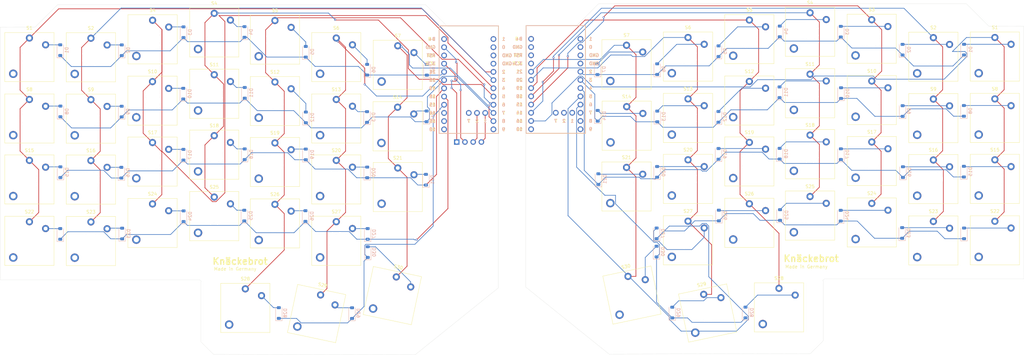
<source format=kicad_pcb>
(kicad_pcb (version 20241229) (generator "pcbnew") (generator_version "9.0")
  (layers (0 "F.Cu" signal) (2 "B.Cu" signal) (13 "F.Paste" user) (15 "B.Paste" user) (5 "F.SilkS" user "F.Silkscreen") (7 "B.SilkS" user "B.Silkscreen") (1 "F.Mask" user) (3 "B.Mask" user) (25 "Edge.Cuts" user))
  (net 0 "")
  (net 1 "Net-(D1-A)")
  (net 2 "Row_0")
  (net 3 "Net-(D2-A)")
  (net 4 "Net-(D3-A)")
  (net 5 "Net-(D4-A)")
  (net 6 "Net-(D5-A)")
  (net 7 "Net-(D6-A)")
  (net 8 "Net-(D7-A)")
  (net 9 "Net-(D8-A)")
  (net 10 "Row_1")
  (net 11 "Net-(D9-A)")
  (net 12 "Net-(D10-A)")
  (net 13 "Net-(D11-A)")
  (net 14 "Net-(D12-A)")
  (net 15 "Net-(D13-A)")
  (net 16 "Net-(D14-A)")
  (net 17 "Net-(D15-A)")
  (net 18 "Row_2")
  (net 19 "Net-(D16-A)")
  (net 20 "Net-(D17-A)")
  (net 21 "Net-(D18-A)")
  (net 22 "Net-(D19-A)")
  (net 23 "Net-(D20-A)")
  (net 24 "Net-(D21-A)")
  (net 25 "Net-(D22-A)")
  (net 26 "Row_3")
  (net 27 "Net-(D23-A)")
  (net 28 "Net-(D24-A)")
  (net 29 "Net-(D25-A)")
  (net 30 "Net-(D26-A)")
  (net 31 "Net-(D27-A)")
  (net 32 "Row_4")
  (net 33 "Net-(D28-A)")
  (net 34 "Net-(D29-A)")
  (net 35 "Net-(D30-A)")
  (net 36 "Col_0")
  (net 37 "Col_1")
  (net 38 "Col_2")
  (net 39 "Col_3")
  (net 40 "Col_4")
  (net 41 "Col_5")
  (net 42 "Col_6")
  (net 58 "Row_0_L")
  (net 59 "Row_1_L")
  (net 60 "Row_2_L")
  (net 61 "Row_3_L")
  (net 62 "Row_4_L")
  (net 63 "Col_0_L")
  (net 64 "Col_1_L")
  (net 65 "Col_2_L")
  (net 66 "Col_3_L")
  (net 67 "Col_4_L")
  (net 68 "Col_5_L")
  (net 69 "Col_6_L")
  (net 70 "SCL")
  (net 71 "GND")
  (net 72 "VCC")
  (net 73 "SDA")
  (footprint "ScottoKeebs_Choc:Choc_V2" (layer "F.Cu") (at -49.275 54.71)
    (property "Reference" "S4")
    (property "Value" "Keyswitch")
  )
  (footprint "ScottoKeebs_Choc:Choc_V2" (layer "F.Cu") (at -68.325 79.26)
    (property "Reference" "S9")
    (property "Value" "Keyswitch")
  )
  (footprint "ScottoKeebs_Choc:Choc_V2" (layer "F.Cu") (at -68.325 117.11)
    (property "Reference" "S23")
    (property "Value" "Keyswitch")
  )
  (footprint "ScottoKeebs_Choc:Choc_V2" (layer "F.Cu") (at 135.095 92.49)
    (property "Reference" "S19")
    (property "Value" "Keyswitch")
  )
  (footprint "ScottoKeebs_Choc:Choc_V2" (layer "F.Cu") (at 172.92 111.365)
    (property "Reference" "S24")
    (property "Value" "Keyswitch")
  )
  (footprint "ScottoKeebs_Choc:Choc_V2" (layer "F.Cu") (at 116.145 116.865)
    (property "Reference" "S27")
    (property "Value" "Keyswitch")
  )
  (footprint "ScottoKeebs_Choc:Choc_V2" (layer "F.Cu") (at 97.145 62.44)
    (property "Reference" "S7")
    (property "Value" "Keyswitch")
  )
  (footprint "ScottoKeebs_Choc:Choc_V2" (layer "F.Cu") (at -87.325 60.21)
    (property "Reference" "S1")
    (property "Value" "Keyswitch")
  )
  (footprint "ScottoKeebs_Choc:Choc_V2" (layer "F.Cu") (at 210.945 97.89)
    (property "Reference" "S15")
    (property "Value" "Keyswitch")
  )
  (footprint "ScottoKeebs_Choc:Choc_V2" (layer "F.Cu") (at 135.095 73.64)
    (property "Reference" "S12")
    (property "Value" "Keyswitch")
  )
  (footprint "ScottoKeebs_Choc:Choc_V2" (layer "F.Cu") (at -87.325 79.21)
    (property "Reference" "S8")
    (property "Value" "Keyswitch")
  )
  (footprint "ScottoKeebs_Choc:Choc_V2" (layer "F.Cu") (at 116.145 97.89)
    (property "Reference" "S20")
    (property "Value" "Keyswitch")
  )
  (footprint "ScottoKeebs_Choc:Choc_V2" (layer "F.Cu") (at 191.945 79.09)
    (property "Reference" "S9")
    (property "Value" "Keyswitch")
  )
  (footprint "ScottoKeebs_Choc:Choc_V2" (layer "F.Cu") (at 116.145 60.04)
    (property "Reference" "S6")
    (property "Value" "Keyswitch")
  )
  (footprint "ScottoKeebs_Choc:Choc_V2" (layer "F.Cu") (at 153.845 71.39)
    (property "Reference" "S11")
    (property "Value" "Keyswitch")
  )
  (footprint "ScottoKeebs_Choc:Choc_V2" (layer "F.Cu") (at 172.92 73.515)
    (property "Reference" "S10")
    (property "Value" "Keyswitch")
  )
  (footprint "ScottoKeebs_Choc:Choc_V2" (layer "F.Cu") (at -49.3 92.535)
    (property "Reference" "S17")
    (property "Value" "Keyswitch")
  )
  (footprint "ScottoKeebs_Choc:Choc_V2" (layer "F.Cu") (at 153.845 90.24)
    (property "Reference" "S18")
    (property "Value" "Keyswitch")
  )
  (footprint "ScottoKeebs_Choc:Choc_V2" (layer "F.Cu") (at 98.822996 133.82335 11.94)
    (property "Reference" "S30")
    (property "Value" "Keyswitch")
  )
  (footprint "ScottoKeebs_Choc:Choc_V2" (layer "F.Cu") (at 135.095 54.64)
    (property "Reference" "S5")
    (property "Value" "Keyswitch")
  )
  (footprint "ScottoKeebs_Choc:Choc_V2" (layer "F.Cu") (at 172.92 92.365)
    (property "Reference" "S17")
    (property "Value" "Keyswitch")
  )
  (footprint "ScottoKeebs_Choc:Choc_V2" (layer "F.Cu") (at -68.325 98.11)
    (property "Reference" "S16")
    (property "Value" "Keyswitch")
  )
  (footprint "ScottoKeebs_Choc:Choc_V2" (layer "F.Cu") (at 7.475 98.06)
    (property "Reference" "S20")
    (property "Value" "Keyswitch")
  )
  (footprint "ScottoKeebs_Choc:Choc_V2" (layer "F.Cu") (at 122.212706 139.385858 11.94)
    (property "Reference" "S29")
    (property "Value" "Keyswitch")
  )
  (footprint "ScottoKeebs_Choc:Choc_V2" (layer "F.Cu") (at 97.195 81.44)
    (property "Reference" "S14")
    (property "Value" "Keyswitch")
  )
  (footprint "ScottoKeebs_Choc:Choc_V2" (layer "F.Cu") (at 26.425 81.61)
    (property "Reference" "S14")
    (property "Value" "Keyswitch")
  )
  (footprint "ScottoKeebs_Choc:Choc_V2" (layer "F.Cu") (at 116.145 79.04)
    (property "Reference" "S13")
    (property "Value" "Keyswitch")
  )
  (footprint "ScottoKeebs_Choc:Choc_V2" (layer "F.Cu") (at 1.407294 139.555858 -11.94)
    (property "Reference" "S29")
    (property "Value" "Keyswitch")
  )
  (footprint "ScottoKeebs_Choc:Choc_V2" (layer "F.Cu") (at 26.475 62.61)
    (property "Reference" "S7")
    (property "Value" "Keyswitch")
  )
  (footprint "ScottoKeebs_Choc:Choc_V2" (layer "F.Cu") (at 191.945 60.09)
    (property "Reference" "S2")
    (property "Value" "Keyswitch")
  )
  (footprint "ScottoKeebs_Choc:Choc_V2" (layer "F.Cu") (at -30.225 109.41)
    (property "Reference" "S25")
    (property "Value" "Keyswitch")
  )
  (footprint "ScottoKeebs_Components:OLED_128x32" (layer "F.Cu") (at 54.49 84.88 -90)
    (property "Reference" "J1" (hide yes))
    (property "Value" "OLED_128x32")
  )
  (footprint "ScottoKeebs_Choc:Choc_V2" (layer "F.Cu") (at -11.475 92.66)
    (property "Reference" "S19")
    (property "Value" "Keyswitch")
  )
  (footprint "ScottoKeebs_Choc:Choc_V2" (layer "F.Cu") (at 210.945 60.04)
    (property "Reference" "S1")
    (property "Value" "Keyswitch")
  )
  (footprint "ScottoKeebs_Choc:Choc_V2" (layer "F.Cu") (at -49.3 111.535)
    (property "Reference" "S24")
    (property "Value" "Keyswitch")
  )
  (footprint "ScottoKeebs_Choc:Choc_V2" (layer "F.Cu") (at -11.475 111.66)
    (property "Reference" "S26")
    (property "Value" "Keyswitch")
  )
  (footprint "ScottoKeebs_Choc:Choc_V2" (layer "F.Cu") (at 153.845 109.24)
    (property "Reference" "S25")
    (property "Value" "Keyswitch")
  )
  (footprint "ScottoKeebs_Choc:Choc_V2" (layer "F.Cu") (at -11.475 73.81)
    (property "Reference" "S12")
    (property "Value" "Keyswitch")
  )
  (footprint "ScottoKeebs_Choc:Choc_V2" (layer "F.Cu") (at -87.325 117.06)
    (property "Reference" "S22")
    (property "Value" "Keyswitch")
  )
  (footprint "ScottoKeebs_Choc:Choc_V2" (layer "F.Cu") (at 7.475 60.21)
    (property "Reference" "S6")
    (property "Value" "Keyswitch")
  )
  (footprint "ScottoKeebs_Choc:Choc_V2" (layer "F.Cu") (at 191.945 116.94)
    (property "Reference" "S23")
    (property "Value" "Keyswitch")
  )
  (footprint "ScottoKeebs_Choc:Choc_V2" (layer "F.Cu") (at 135.095 111.49)
    (property "Reference" "S26")
    (property "Value" "Keyswitch")
  )
  (footprint "ScottoKeebs_Choc:Choc_V2" (layer "F.Cu") (at 24.797004 133.99335 -11.94)
    (property "Reference" "S30")
    (property "Value" "Keyswitch")
  )
  (footprint "ScottoKeebs_Choc:Choc_V2" (layer "F.Cu") (at 153.845 52.39)
    (property "Reference" "S4")
    (property "Value" "Keyswitch")
  )
  (footprint "ScottoKeebs_Choc:Choc_V2" (layer "F.Cu") (at 97.145 100.24)
    (property "Reference" "S21")
    (property "Value" "Keyswitch")
  )
  (footprint "ScottoKeebs_Choc:Choc_V2" (layer "F.Cu") (at 7.475 117.035)
    (property "Reference" "S27")
    (property "Value" "Keyswitch")
  )
  (footprint "ScottoKeebs_Choc:Choc_V2" (layer "F.Cu") (at -49.3 73.685)
    (property "Reference" "S10")
    (property "Value" "Keyswitch")
  )
  (footprint "ScottoKeebs_Choc:Choc_V2" (layer "F.Cu") (at 210.945 79.04)
    (property "Reference" "S8")
    (property "Value" "Keyswitch")
  )
  (footprint "ScottoKeebs_Choc:Choc_V2" (layer "F.Cu") (at -30.225 71.56)
    (property "Reference" "S11")
    (property "Value" "Keyswitch")
  )
  (footprint "ScottoKeebs_Choc:Choc_V2" (layer "F.Cu") (at -30.225 52.56)
    (property "Reference" "S4")
    (property "Value" "Keyswitch")
  )
  (footprint "ScottoKeebs_Choc:Choc_V2" (layer "F.Cu") (at 26.475 100.41)
    (property "Reference" "S21")
    (property "Value" "Keyswitch")
  )
  (footprint "ScottoKeebs_Choc:Choc_V2" (layer "F.Cu") (at -30.225 90.41)
    (property "Reference" "S18")
    (property "Value" "Keyswitch")
  )
  (footprint "ScottoKeebs_Choc:Choc_V2" (layer "F.Cu") (at 7.475 79.21)
    (property "Reference" "S13")
    (property "Value" "Keyswitch")
  )
  (footprint "ScottoKeebs_Choc:Choc_V2" (layer "F.Cu") (at -87.325 98.06)
    (property "Reference" "S15")
    (property "Value" "Keyswitch")
  )
  (footprint "ScottoKeebs_Choc:Choc_V2" (layer "F.Cu") (at -68.325 60.26)
    (property "Reference" "S2")
    (property "Value" "Keyswitch")
  )
  (footprint "ScottoKeebs_Choc:Choc_V2" (layer "F.Cu") (at 172.895 54.54)
    (property "Reference" "S3")
    (property "Value" "Keyswitch")
  )
  (footprint "ScottoKeebs_Choc:Choc_V2" (layer "F.Cu") (at -20.625 137.81)
    (property "Reference" "S28")
    (property "Value" "Keyswitch")
  )
  (footprint "ScottoKeebs_Choc:Choc_V2" (layer "F.Cu") (at -11.475 54.81)
    (property "Reference" "S5")
    (property "Value" "Keyswitch")
  )
  (footprint "ScottoKeebs_Choc:Choc_V2" (layer "F.Cu") (at 210.945 116.89)
    (property "Reference" "S22")
    (property "Value" "Keyswitch")
  )
  (footprint "ScottoKeebs_Choc:Choc_V2" (layer "F.Cu") (at 144.245 137.64)
    (property "Reference" "S28")
    (property "Value" "Keyswitch")
  )
  (footprint "ScottoKeebs_Choc:Choc_V2" (layer "F.Cu") (at 191.945 97.94)
    (property "Reference" "S16")
    (property "Value" "Keyswitch")
  )
  (footprint "Diode_SMD:D_SOD-123" (layer "B.Cu") (at -39.725 52.51 90)
    (property "Reference" "D3")
    (property "Value" "Diode")
  )
  (footprint "Diode_SMD:D_SOD-123" (layer "B.Cu") (at 163.42 71.34 90)
    (property "Reference" "D10")
    (property "Value" "Diode")
  )
  (footprint "Diode_SMD:D_SOD-123" (layer "B.Cu") (at 106.62 63.94 90)
    (property "Reference" "D6")
    (property "Value" "Diode")
  )
  (footprint "Diode_SMD:D_SOD-123" (layer "B.Cu") (at 88.245 78.365 90)
    (property "Reference" "D14")
    (property "Value" "Diode")
  )
  (footprint "Diode_SMD:D_SOD-123" (layer "B.Cu") (at 17.175 114.91 90)
    (property "Reference" "D27")
    (property "Value" "Diode")
  )
  (footprint "Diode_SMD:D_SOD-123" (layer "B.Cu") (at 125.57 58.39 90)
    (property "Reference" "D5")
    (property "Value" "Diode")
  )
  (footprint "Diode_SMD:D_SOD-123" (layer "B.Cu") (at -2.05 109.385 90)
    (property "Reference" "D26")
    (property "Value" "Diode")
  )
  (footprint "Diode_SMD:D_SOD-123" (layer "B.Cu") (at -58.8 58.085 90)
    (property "Reference" "D2")
    (property "Value" "Diode")
  )
  (footprint "Diode_SMD:D_SOD-123" (layer "B.Cu") (at -10.275 139.385 90)
    (property "Reference" "D28")
    (property "Value" "Diode")
  )
  (footprint "Diode_SMD:D_SOD-123" (layer "B.Cu") (at -1.95 58.56 90)
    (property "Reference" "D5")
    (property "Value" "Diode")
  )
  (footprint "Diode_SMD:D_SOD-123" (layer "B.Cu") (at 163.32 109.265 90)
    (property "Reference" "D24")
    (property "Value" "Diode")
  )
  (footprint "Diode_SMD:D_SOD-123" (layer "B.Cu") (at 144.445 90.09 90)
    (property "Reference" "D18")
    (property "Value" "Diode")
  )
  (footprint "Diode_SMD:D_SOD-123" (layer "B.Cu") (at -39.8 71.51 90)
    (property "Reference" "D10")
    (property "Value" "Diode")
  )
  (footprint "Diode_SMD:D_SOD-123" (layer "B.Cu") (at 125.545 78.69 90)
    (property "Reference" "D12")
    (property "Value" "Diode")
  )
  (footprint "Diode_SMD:D_SOD-123" (layer "B.Cu") (at 16.975 78.735 90)
    (property "Reference" "D13")
    (property "Value" "Diode")
  )
  (footprint "Diode_SMD:D_SOD-123" (layer "B.Cu") (at -58.925 95.96 90)
    (property "Reference" "D16")
    (property "Value" "Diode")
  )
  (footprint "Diode_SMD:D_SOD-123" (layer "B.Cu") (at -20.875 52.435 90)
    (property "Reference" "D4")
    (property "Value" "Diode")
  )
  (footprint "Diode_SMD:D_SOD-123" (layer "B.Cu") (at 17.2 120.535 90)
    (property "Reference" "D30")
    (property "Value" "Diode")
  )
  (footprint "Diode_SMD:D_SOD-123" (layer "B.Cu") (at 201.37 76.84 90)
    (property "Reference" "D8")
    (property "Value" "Diode")
  )
  (footprint "Diode_SMD:D_SOD-123" (layer "B.Cu") (at 182.445 76.89 90)
    (property "Reference" "D9")
    (property "Value" "Diode")
  )
  (footprint "Diode_SMD:D_SOD-123" (layer "B.Cu") (at -58.825 77.06 90)
    (property "Reference" "D9")
    (property "Value" "Diode")
  )
  (footprint "Diode_SMD:D_SOD-123" (layer "B.Cu") (at -20.95 109.235 90)
    (property "Reference" "D25")
    (property "Value" "Diode")
  )
  (footprint "Diode_SMD:D_SOD-123" (layer "B.Cu") (at -77.75 95.81 90)
    (property "Reference" "D15")
    (property "Value" "Diode")
  )
  (footprint "Diode_SMD:D_SOD-123" (layer "B.Cu") (at 125.67 109.215 90)
    (property "Reference" "D26")
    (property "Value" "Diode")
  )
  (footprint "Diode_SMD:D_SOD-123" (layer "B.Cu") (at 12.35 139.41 90)
    (property "Reference" "D29")
    (property "Value" "Diode")
  )
  (footprint "Diode_SMD:D_SOD-123" (layer "B.Cu") (at 125.57 90.14 90)
    (property "Reference" "D19")
    (property "Value" "Diode")
  )
  (footprint "Diode_SMD:D_SOD-123" (layer "B.Cu") (at -20.8 71.26 90)
    (property "Reference" "D11")
    (property "Value" "Diode")
  )
  (footprint "Diode_SMD:D_SOD-123" (layer "B.Cu") (at 182.42 57.915 90)
    (property "Reference" "D2")
    (property "Value" "Diode")
  )
  (footprint "Diode_SMD:D_SOD-123" (layer "B.Cu") (at -77.8 58.06 90)
    (property "Reference" "D1")
    (property "Value" "Diode")
  )
  (footprint "ScottoKeebs_MCU:Nice_Nano_V2" (layer "B.Cu") (at 75.287382 68.26 180)
    (property "Reference" "U1" (hide yes))
    (property "Value" "Nice_Nano_V2" (hide yes))
  )
  (footprint "Diode_SMD:D_SOD-123" (layer "B.Cu") (at 106.445 114.74 90)
    (property "Reference" "D27")
    (property "Value" "Diode")
  )
  (footprint "Diode_SMD:D_SOD-123" (layer "B.Cu") (at 106.595 95.715 90)
    (property "Reference" "D20")
    (property "Value" "Diode")
  )
  (footprint "Diode_SMD:D_SOD-123" (layer "B.Cu") (at 163.345 52.34 90)
    (property "Reference" "D3")
    (property "Value" "Diode")
  )
  (footprint "Diode_SMD:D_SOD-123" (layer "B.Cu") (at 17.025 95.885 90)
    (property "Reference" "D20")
    (property "Value" "Diode")
  )
  (footprint "Diode_SMD:D_SOD-123" (layer "B.Cu") (at 133.895 139.215 90)
    (property "Reference" "D28")
    (property "Value" "Diode")
  )
  (footprint "Diode_SMD:D_SOD-123" (layer "B.Cu") (at -39.7 109.435 90)
    (property "Reference" "D24")
    (property "Value" "Diode")
  )
  (footprint "Diode_SMD:D_SOD-123" (layer "B.Cu") (at 35.45 64.135 90)
    (property "Reference" "D7")
    (property "Value" "Diode")
  )
  (footprint "Diode_SMD:D_SOD-123" (layer "B.Cu") (at 88.17 63.965 90)
    (property "Reference" "D7")
    (property "Value" "Diode")
  )
  (footprint "Diode_SMD:D_SOD-123" (layer "B.Cu") (at 111.27 139.24 90)
    (property "Reference" "D29")
    (property "Value" "Diode")
  )
  (footprint "Diode_SMD:D_SOD-123" (layer "B.Cu") (at 144.495 52.265 90)
    (property "Reference" "D4")
    (property "Value" "Diode")
  )
  (footprint "Diode_SMD:D_SOD-123" (layer "B.Cu") (at -1.925 78.86 90)
    (property "Reference" "D12")
    (property "Value" "Diode")
  )
  (footprint "Diode_SMD:D_SOD-123" (layer "B.Cu") (at 88.445 97.965 90)
    (property "Reference" "D21")
    (property "Value" "Diode")
  )
  (footprint "ScottoKeebs_MCU:Nice_Nano_V2" (layer "B.Cu") (at 48.41 68.31 180)
    (property "Reference" "U1" (hide yes))
    (property "Value" "Nice_Nano_V2" (hide yes))
  )
  (footprint "Diode_SMD:D_SOD-123" (layer "B.Cu") (at 201.42 114.74 90)
    (property "Reference" "D22" (hide yes))
    (property "Value" "Diode")
  )
  (footprint "Diode_SMD:D_SOD-123" (layer "B.Cu") (at -77.8 114.91 90)
    (property "Reference" "D22" (hide yes))
    (property "Value" "Diode")
  )
  (footprint "Diode_SMD:D_SOD-123" (layer "B.Cu") (at 144.42 71.09 90)
    (property "Reference" "D11")
    (property "Value" "Diode")
  )
  (footprint "Diode_SMD:D_SOD-123" (layer "B.Cu") (at 106.42 120.365 90)
    (property "Reference" "D30")
    (property "Value" "Diode")
  )
  (footprint "Diode_SMD:D_SOD-123" (layer "B.Cu") (at -39.75 90.41 90)
    (property "Reference" "D17")
    (property "Value" "Diode")
  )
  (footprint "Diode_SMD:D_SOD-123" (layer "B.Cu") (at 201.37 95.64 90)
    (property "Reference" "D15")
    (property "Value" "Diode")
  )
  (footprint "Diode_SMD:D_SOD-123" (layer "B.Cu") (at 201.42 57.89 90)
    (property "Reference" "D1")
    (property "Value" "Diode")
  )
  (footprint "Diode_SMD:D_SOD-123" (layer "B.Cu") (at -58.675 114.785 90)
    (property "Reference" "D23")
    (property "Value" "Diode")
  )
  (footprint "Diode_SMD:D_SOD-123" (layer "B.Cu") (at 182.295 114.615 90)
    (property "Reference" "D23")
    (property "Value" "Diode")
  )
  (footprint "Diode_SMD:D_SOD-123" (layer "B.Cu") (at 182.545 95.79 90)
    (property "Reference" "D16")
    (property "Value" "Diode")
  )
  (footprint "Diode_SMD:D_SOD-123" (layer "B.Cu") (at -77.75 77.01 90)
    (property "Reference" "D8")
    (property "Value" "Diode")
  )
  (footprint "Diode_SMD:D_SOD-123" (layer "B.Cu") (at -20.825 90.26 90)
    (property "Reference" "D18")
    (property "Value" "Diode")
  )
  (footprint "Diode_SMD:D_SOD-123" (layer "B.Cu") (at 144.57 109.065 90)
    (property "Reference" "D25")
    (property "Value" "Diode")
  )
  (footprint "Diode_SMD:D_SOD-123" (layer "B.Cu") (at -1.95 90.31 90)
    (property "Reference" "D19")
    (property "Value" "Diode")
  )
  (footprint "Diode_SMD:D_SOD-123" (layer "B.Cu") (at 17 64.11 90)
    (property "Reference" "D6")
    (property "Value" "Diode")
  )
  (footprint "Diode_SMD:D_SOD-123" (layer "B.Cu") (at 35.175 98.135 90)
    (property "Reference" "D21")
    (property "Value" "Diode")
  )
  (footprint "Diode_SMD:D_SOD-123" (layer "B.Cu") (at 163.37 90.24 90)
    (property "Reference" "D17")
    (property "Value" "Diode")
  )
  (footprint "Diode_SMD:D_SOD-123" (layer "B.Cu") (at 35.375 78.535 90)
    (property "Reference" "D14")
    (property "Value" "Diode")
  )
  (footprint "Diode_SMD:D_SOD-123" (layer "B.Cu") (at 106.645 78.565 90)
    (property "Reference" "D13")
    (property "Value" "Diode")
  )
  (gr_poly (pts (xy -96.367382 50.906667) (xy -85.53 50.896667) (xy -78.63 43.996667) (xy 35.07 43.996667) (xy 41.67 50.596667) (xy 57.57 50.596667) (xy 57.57 131.58) (xy 31.797667 152.341046) (xy -30.43 152.196667) (xy -34.33 148.296667) (xy -34.33 129.696667) (xy -34.23 129.596667) (xy -34.73 129.096667) (xy -96.39 129.096667)) (stroke (width 0.05)) (fill no) (layer "Edge.Cuts"))
  (gr_poly (pts (xy 219.907382 50.65) (xy 219.907382 50.65) (xy 209.07 50.64) (xy 202.17 43.74) (xy 88.47 43.74) (xy 81.87 50.34) (xy 65.97 50.34) (xy 65.97 131.323333) (xy 91.742333 152.084379) (xy 153.97 151.94) (xy 157.87 148.04) (xy 157.87 129.44) (xy 157.77 129.34) (xy 158.27 128.84) (xy 219.93 128.84) (xy 219.93 128.84)) (stroke (width 0.05)) (fill no) (layer "Edge.Cuts"))
  (gr_text "Made in Germany\n" (at 146.087382 125.64 0) (layer "F.SilkS") (effects (font (size 1 1)) (justify left bottom)))
  (gr_text "Knäckebrot" (at 145.447382 123.72 0) (layer "F.SilkS") (effects (font (size 2.032 2.032) (thickness 0.4064) (bold yes)) (justify left bottom)))
  (gr_text "Made in Germany\n" (at -30.4 126.335 0) (layer "F.SilkS") (effects (font (size 1 1)) (justify left bottom)))
  (gr_text "Knäckebrot" (at -30.975 124.56 0) (layer "F.SilkS") (effects (font (size 2.032 2.032) (thickness 0.4064) (bold yes)) (justify left bottom)))
  (segment (start 201.42 56.24) (end 215.945 56.24) (width 0.2) (layer "B.Cu") (net 1))
  (segment (start -77.8 56.41) (end -82.325 56.41) (width 0.2) (layer "B.Cu") (net 1))
  (segment (start 163.345 53.99) (end 166.771 57.416) (width 0.2) (layer "B.Cu") (net 2))
  (segment (start 88.17 65.615) (end 106.595 65.615) (width 0.2) (layer "B.Cu") (net 2))
  (segment (start 145.846 55.266) (end 162.069 55.266) (width 0.2) (layer "B.Cu") (net 2))
  (segment (start 83.792382 65.615) (end 82.907382 64.73) (width 0.2) (layer "B.Cu") (net 2))
  (segment (start 185.821 62.966) (end 197.994 62.966) (width 0.2) (layer "B.Cu") (net 2))
  (segment (start 197.994 62.966) (end 201.42 59.54) (width 0.2) (layer "B.Cu") (net 2))
  (segment (start 182.42 59.565) (end 185.821 62.966) (width 0.2) (layer "B.Cu") (net 2))
  (segment (start 166.771 57.416) (end 180.271 57.416) (width 0.2) (layer "B.Cu") (net 2))
  (segment (start 106.595 65.615) (end 106.62 65.59) (width 0.2) (layer "B.Cu") (net 2))
  (segment (start 140.894 57.516) (end 144.495 53.915) (width 0.2) (layer "B.Cu") (net 2))
  (segment (start 144.495 53.915) (end 145.846 55.266) (width 0.2) (layer "B.Cu") (net 2))
  (segment (start 88.17 65.615) (end 83.792382 65.615) (width 0.2) (layer "B.Cu") (net 2))
  (segment (start 162.069 55.266) (end 163.345 53.99) (width 0.2) (layer "B.Cu") (net 2))
  (segment (start 180.271 57.416) (end 182.42 59.565) (width 0.2) (layer "B.Cu") (net 2))
  (segment (start 125.57 60.04) (end 128.094 57.516) (width 0.2) (layer "B.Cu") (net 2))
  (segment (start 109.294 62.916) (end 122.694 62.916) (width 0.2) (layer "B.Cu") (net 2))
  (segment (start 106.62 65.59) (end 109.294 62.916) (width 0.2) (layer "B.Cu") (net 2))
  (segment (start 128.094 57.516) (end 140.894 57.516) (width 0.2) (layer "B.Cu") (net 2))
  (segment (start 122.694 62.916) (end 125.57 60.04) (width 0.2) (layer "B.Cu") (net 2))
  (segment (start -58.8 56.435) (end -63.3 56.435) (width 0.2) (layer "B.Cu") (net 3))
  (segment (start 196.92 56.265) (end 196.945 56.29) (width 0.2) (layer "B.Cu") (net 3))
  (segment (start 182.42 56.265) (end 196.92 56.265) (width 0.2) (layer "B.Cu") (net 3))
  (segment (start -63.3 56.435) (end -63.325 56.46) (width 0.2) (layer "B.Cu") (net 3))
  (segment (start 163.345 50.69) (end 177.845 50.69) (width 0.2) (layer "B.Cu") (net 4))
  (segment (start -44.225 50.86) (end -44.275 50.91) (width 0.2) (layer "B.Cu") (net 4))
  (segment (start 177.845 50.69) (end 177.895 50.74) (width 0.2) (layer "B.Cu") (net 4))
  (segment (start -39.725 50.86) (end -44.225 50.86) (width 0.2) (layer "B.Cu") (net 4))
  (segment (start -20.875 50.785) (end -23.2 50.785) (width 0.2) (layer "B.Cu") (net 5))
  (segment (start -23.2 50.785) (end -25.225 48.76) (width 0.2) (layer "B.Cu") (net 5))
  (segment (start 146.52 48.59) (end 158.845 48.59) (width 0.2) (layer "B.Cu") (net 5))
  (segment (start 144.495 50.615) (end 146.52 48.59) (width 0.2) (layer "B.Cu") (net 5))
  (segment (start 125.57 56.74) (end 131.47 50.84) (width 0.2) (layer "B.Cu") (net 6))
  (segment (start -1.95 55.535) (end -6.475 51.01) (width 0.2) (layer "B.Cu") (net 6))
  (segment (start -1.95 56.91) (end -1.95 55.535) (width 0.2) (layer "B.Cu") (net 6))
  (segment (start 131.47 50.84) (end 140.095 50.84) (width 0.2) (layer "B.Cu") (net 6))
  (segment (start 17 60.935) (end 12.475 56.41) (width 0.2) (layer "B.Cu") (net 7))
  (segment (start 106.62 62.29) (end 112.67 56.24) (width 0.2) (layer "B.Cu") (net 7))
  (segment (start 112.67 56.24) (end 121.145 56.24) (width 0.2) (layer "B.Cu") (net 7))
  (segment (start 17 62.46) (end 17 60.935) (width 0.2) (layer "B.Cu") (net 7))
  (segment (start 35.45 62.485) (end 35.15 62.485) (width 0.2) (layer "B.Cu") (net 8))
  (segment (start 88.17 62.315) (end 91.845 58.64) (width 0.2) (layer "B.Cu") (net 8))
  (segment (start 91.845 58.64) (end 102.145 58.64) (width 0.2) (layer "B.Cu") (net 8))
  (segment (start 35.15 62.485) (end 31.475 58.81) (width 0.2) (layer "B.Cu") (net 8))
  (segment (start -82.275 75.36) (end -82.325 75.41) (width 0.2) (layer "B.Cu") (net 9))
  (segment (start -77.75 75.36) (end -82.275 75.36) (width 0.2) (layer "B.Cu") (net 9))
  (segment (start 215.895 75.19) (end 215.945 75.24) (width 0.2) (layer "B.Cu") (net 9))
  (segment (start 201.37 75.19) (end 215.895 75.19) (width 0.2) (layer "B.Cu") (net 9))
  (segment (start 144.42 72.74) (end 145.946 74.266) (width 0.2) (layer "B.Cu") (net 10))
  (segment (start 123.969 81.916) (end 108.346 81.916) (width 0.2) (layer "B.Cu") (net 10))
  (segment (start 162.144 74.266) (end 163.42 72.99) (width 0.2) (layer "B.Cu") (net 10))
  (segment (start 87.344 79.114) (end 87.344 71.706618) (width 0.2) (layer "B.Cu") (net 10))
  (segment (start 89.696 78.564) (end 88.245 80.015) (width 0.2) (layer "B.Cu") (net 10))
  (segment (start 173.877722 78.54) (end 168.327722 72.99) (width 0.2) (layer "B.Cu") (net 10))
  (segment (start 184.771 76.214) (end 195.887686 76.214) (width 0.2) (layer "B.Cu") (net 10))
  (segment (start 182.445 78.54) (end 184.771 76.214) (width 0.2) (layer "B.Cu") (net 10))
  (segment (start 198.163686 78.49) (end 201.37 78.49) (width 0.2) (layer "B.Cu") (net 10))
  (segment (start 106.645 80.215) (end 100.037278 80.215) (width 0.2) (layer "B.Cu") (net 10))
  (segment (start 144.42 72.74) (end 140.644 76.516) (width 0.2) (layer "B.Cu") (net 10))
  (segment (start 88.245 80.015) (end 87.344 79.114) (width 0.2) (layer "B.Cu") (net 10))
  (segment (start 140.644 76.516) (end 129.369 76.516) (width 0.2) (layer "B.Cu") (net 10))
  (segment (start 108.346 81.916) (end 106.645 80.215) (width 0.2) (layer "B.Cu") (net 10))
  (segment (start 195.887686 76.214) (end 198.163686 78.49) (width 0.2) (layer "B.Cu") (net 10))
  (segment (start 87.344 71.706618) (end 82.907382 67.27) (width 0.2) (layer "B.Cu") (net 10))
  (segment (start 145.946 74.266) (end 162.144 74.266) (width 0.2) (layer "B.Cu") (net 10))
  (segment (start 125.545 80.34) (end 123.969 81.916) (width 0.2) (layer "B.Cu") (net 10))
  (segment (start 100.037278 80.215) (end 98.386278 78.564) (width 0.2) (layer "B.Cu") (net 10))
  (segment (start 98.386278 78.564) (end 89.696 78.564) (width 0.2) (layer "B.Cu") (net 10))
  (segment (start 182.445 78.54) (end 173.877722 78.54) (width 0.2) (layer "B.Cu") (net 10))
  (segment (start 129.369 76.516) (end 125.545 80.34) (width 0.2) (layer "B.Cu") (net 10))
  (segment (start 168.327722 72.99) (end 163.42 72.99) (width 0.2) (layer "B.Cu") (net 10))
  (segment (start 182.445 75.24) (end 196.895 75.24) (width 0.2) (layer "B.Cu") (net 11))
  (segment (start -58.825 75.41) (end -63.275 75.41) (width 0.2) (layer "B.Cu") (net 11))
  (segment (start -63.275 75.41) (end -63.325 75.46) (width 0.2) (layer "B.Cu") (net 11))
  (segment (start 196.895 75.24) (end 196.945 75.29) (width 0.2) (layer "B.Cu") (net 11))
  (segment (start 177.92 69.715) (end 163.445 69.715) (width 0.2) (layer "B.Cu") (net 12))
  (segment (start -44.275 69.86) (end -44.3 69.885) (width 0.2) (layer "B.Cu") (net 12))
  (segment (start -39.8 69.86) (end -44.275 69.86) (width 0.2) (layer "B.Cu") (net 12))
  (segment (start 163.445 69.715) (end 163.42 69.69) (width 0.2) (layer "B.Cu") (net 12))
  (segment (start 144.42 69.44) (end 146.27 67.59) (width 0.2) (layer "B.Cu") (net 13))
  (segment (start -23.375 69.61) (end -25.225 67.76) (width 0.2) (layer "B.Cu") (net 13))
  (segment (start 146.27 67.59) (end 158.845 67.59) (width 0.2) (layer "B.Cu") (net 13))
  (segment (start -20.8 69.61) (end -23.375 69.61) (width 0.2) (layer "B.Cu") (net 13))
  (segment (start -1.925 74.56) (end -6.475 70.01) (width 0.2) (layer "B.Cu") (net 14))
  (segment (start 132.745 69.84) (end 140.095 69.84) (width 0.2) (layer "B.Cu") (net 14))
  (segment (start -1.925 77.21) (end -1.925 74.56) (width 0.2) (layer "B.Cu") (net 14))
  (segment (start 125.545 77.04) (end 132.745 69.84) (width 0.2) (layer "B.Cu") (net 14))
  (segment (start 106.645 76.915) (end 108.32 75.24) (width 0.2) (layer "B.Cu") (net 15))
  (segment (start 108.32 75.24) (end 121.145 75.24) (width 0.2) (layer "B.Cu") (net 15))
  (segment (start 16.975 77.085) (end 14.15 77.085) (width 0.2) (layer "B.Cu") (net 15))
  (segment (start 14.15 77.085) (end 12.475 75.41) (width 0.2) (layer "B.Cu") (net 15))
  (segment (start 89.17 77.64) (end 102.195 77.64) (width 0.2) (layer "B.Cu") (net 16))
  (segment (start 88.245 76.715) (end 89.17 77.64) (width 0.2) (layer "B.Cu") (net 16))
  (segment (start 35.375 76.885) (end 32.35 76.885) (width 0.2) (layer "B.Cu") (net 16))
  (segment (start 32.35 76.885) (end 31.425 77.81) (width 0.2) (layer "B.Cu") (net 16))
  (segment (start -77.75 94.16) (end -82.225 94.16) (width 0.2) (layer "B.Cu") (net 17))
  (segment (start -82.225 94.16) (end -82.325 94.26) (width 0.2) (layer "B.Cu") (net 17))
  (segment (start 201.47 94.09) (end 215.945 94.09) (width 0.2) (layer "B.Cu") (net 17))
  (segment (start 201.37 93.99) (end 201.47 94.09) (width 0.2) (layer "B.Cu") (net 17))
  (segment (start 84.084682 95.254682) (end 84.084682 70.9873) (width 0.2) (layer "B.Cu") (net 18))
  (segment (start 127.746 89.614) (end 139.037686 89.614) (width 0.2) (layer "B.Cu") (net 18))
  (segment (start 198.113686 97.29) (end 201.37 97.29) (width 0.2) (layer "B.Cu") (net 18))
  (segment (start 195.887686 95.064) (end 198.113686 97.29) (width 0.2) (layer "B.Cu") (net 18))
  (segment (start 106.595 97.365) (end 108.946 95.014) (width 0.2) (layer "B.Cu") (net 18))
  (segment (start 106.119 97.841) (end 106.595 97.365) (width 0.2) (layer "B.Cu") (net 18))
  (segment (start 120.087686 95.014) (end 120.564686 95.491) (width 0.2) (layer "B.Cu") (net 18))
  (segment (start 139.037686 89.614) (end 141.163686 91.74) (width 0.2) (layer "B.Cu") (net 18))
  (segment (start 184.921 95.064) (end 195.887686 95.064) (width 0.2) (layer "B.Cu") (net 18))
  (segment (start 141.163686 91.74) (end 144.445 91.74) (width 0.2) (layer "B.Cu") (net 18))
  (segment (start 182.545 97.44) (end 184.921 95.064) (width 0.2) (layer "B.Cu") (net 18))
  (segment (start 166.721 95.241) (end 180.346 95.241) (width 0.2) (layer "B.Cu") (net 18))
  (segment (start 101.087686 97.364) (end 101.564686 97.841) (width 0.2) (layer "B.Cu") (net 18))
  (segment (start 120.564686 95.491) (end 121.869 95.491) (width 0.2) (layer "B.Cu") (net 18))
  (segment (start 101.564686 97.841) (end 106.119 97.841) (width 0.2) (layer "B.Cu") (net 18))
  (segment (start 88.445 99.615) (end 90.696 97.364) (width 0.2) (layer "B.Cu") (net 18))
  (segment (start 162.144 93.116) (end 163.37 91.89) (width 0.2) (layer "B.Cu") (net 18))
  (segment (start 88.445 99.615) (end 84.084682 95.254682) (width 0.2) (layer "B.Cu") (net 18))
  (segment (start 144.445 91.74) (end 145.821 93.116) (width 0.2) (layer "B.Cu") (net 18))
  (segment (start 108.946 95.014) (end 120.087686 95.014) (width 0.2) (layer "B.Cu") (net 18))
  (segment (start 180.346 95.241) (end 182.545 97.44) (width 0.2) (layer "B.Cu") (net 18))
  (segment (start 121.869 95.491) (end 125.57 91.79) (width 0.2) (layer "B.Cu") (net 18))
  (segment (start 125.57 91.79) (end 127.746 89.614) (width 0.2) (layer "B.Cu") (net 18))
  (segment (start 163.37 91.89) (end 166.721 95.241) (width 0.2) (layer "B.Cu") (net 18))
  (segment (start 84.084682 70.9873) (end 82.907382 69.81) (width 0.2) (layer "B.Cu") (net 18))
  (segment (start 90.696 97.364) (end 101.087686 97.364) (width 0.2) (layer "B.Cu") (net 18))
  (segment (start 145.821 93.116) (end 162.144 93.116) (width 0.2) (layer "B.Cu") (net 18))
  (segment (start 182.545 94.14) (end 196.945 94.14) (width 0.2) (layer "B.Cu") (net 19))
  (segment (start -58.925 94.31) (end -63.325 94.31) (width 0.2) (layer "B.Cu") (net 19))
  (segment (start 163.37 88.59) (end 177.895 88.59) (width 0.2) (layer "B.Cu") (net 20))
  (segment (start 177.895 88.59) (end 177.92 88.565) (width 0.2) (layer "B.Cu") (net 20))
  (segment (start -44.275 88.76) (end -44.3 88.735) (width 0.2) (layer "B.Cu") (net 20))
  (segment (start -39.75 88.76) (end -44.275 88.76) (width 0.2) (layer "B.Cu") (net 20))
  (segment (start -20.825 88.61) (end -23.225 88.61) (width 0.2) (layer "B.Cu") (net 21))
  (segment (start -23.225 88.61) (end -25.225 86.61) (width 0.2) (layer "B.Cu") (net 21))
  (segment (start 144.445 88.44) (end 146.445 86.44) (width 0.2) (layer "B.Cu") (net 21))
  (segment (start 146.445 86.44) (end 158.845 86.44) (width 0.2) (layer "B.Cu") (net 21))
  (segment (start 139.895 88.49) (end 140.095 88.69) (width 0.2) (layer "B.Cu") (net 22))
  (segment (start -6.275 88.66) (end -6.475 88.86) (width 0.2) (layer "B.Cu") (net 22))
  (segment (start -1.95 88.66) (end -6.275 88.66) (width 0.2) (layer "B.Cu") (net 22))
  (segment (start 125.57 88.49) (end 139.895 88.49) (width 0.2) (layer "B.Cu") (net 22))
  (segment (start 121.12 94.065) (end 121.145 94.09) (width 0.2) (layer "B.Cu") (net 23))
  (segment (start 12.5 94.235) (end 12.475 94.26) (width 0.2) (layer "B.Cu") (net 23))
  (segment (start 106.595 94.065) (end 121.12 94.065) (width 0.2) (layer "B.Cu") (net 23))
  (segment (start 17.025 94.235) (end 12.5 94.235) (width 0.2) (layer "B.Cu") (net 23))
  (segment (start 102.145 96.44) (end 88.57 96.44) (width 0.2) (layer "B.Cu") (net 24))
  (segment (start 35.175 96.485) (end 31.6 96.485) (width 0.2) (layer "B.Cu") (net 24))
  (segment (start 31.6 96.485) (end 31.475 96.61) (width 0.2) (layer "B.Cu") (net 24))
  (segment (start 88.57 96.44) (end 88.445 96.315) (width 0.2) (layer "B.Cu") (net 24))
  (segment (start -82.325 113.26) (end -82.325 112.985) (width 0.2) (layer "F.Cu") (net 25))
  (segment (start -82.325 112.985) (end -82.375 112.935) (width 0.2) (layer "F.Cu") (net 25))
  (segment (start 215.945 113.09) (end 201.42 113.09) (width 0.2) (layer "B.Cu") (net 25))
  (segment (start -77.8 113.26) (end -82.325 113.26) (width 0.2) (layer "B.Cu") (net 25))
  (segment (start 182.295 116.265) (end 173.752722 116.265) (width 0.2) (layer "B.Cu") (net 26))
  (segment (start 144.57 110.715) (end 138.387278 110.715) (width 0.2) (layer "B.Cu") (net 26))
  (segment (start 110.369 140.5561) (end 79.077382 109.264482) (width 0.2) (layer "B.Cu") (net 26))
  (segment (start 145.971 112.116) (end 162.119 112.116) (width 0.2) (layer "B.Cu") (net 26))
  (segment (start 127.921 108.614) (end 125.67 110.865) (width 0.2) (layer "B.Cu") (net 26))
  (segment (start 122.546 128.16589) (end 134.796 140.41589) (width 0.2) (layer "B.Cu") (net 26))
  (segment (start 125.67 110.865) (end 118.226314 110.865) (width 0.2) (layer "B.Cu") (net 26))
  (segment (start 110.369 141.33911) (end 110.369 140.5561) (width 0.2) (layer "B.Cu") (net 26))
  (segment (start 195.462278 116.39) (end 193.136278 114.064) (width 0.2) (layer "B.Cu") (net 26))
  (segment (start 114.02089 144.991) (end 110.369 141.33911) (width 0.2) (layer "B.Cu") (net 26))
  (segment (start 173.752722 116.265) (end 168.402722 110.915) (width 0.2) (layer "B.Cu") (net 26))
  (segment (start 121.725314 111.664) (end 122.546 112.484686) (width 0.2) (layer "B.Cu") (net 26))
  (segment (start 79.077382 76.18) (end 82.907382 72.35) (width 0.2) (layer "B.Cu") (net 26))
  (segment (start 122.546 112.484686) (end 122.546 128.16589) (width 0.2) (layer "B.Cu") (net 26))
  (segment (start 131.11911 144.991) (end 114.02089 144.991) (width 0.2) (layer "B.Cu") (net 26))
  (segment (start 108.846 113.989) (end 106.445 116.39) (width 0.2) (layer "B.Cu") (net 26))
  (segment (start 168.402722 110.915) (end 163.32 110.915) (width 0.2) (layer "B.Cu") (net 26))
  (segment (start 120.564686 111.664) (end 121.725314 111.664) (width 0.2) (layer "B.Cu") (net 26))
  (segment (start 110.350314 112.484686) (end 119.744 112.484686) (width 0.2) (layer "B.Cu") (net 26))
  (segment (start 119.744 112.484686) (end 120.564686 111.664) (width 0.2) (layer "B.Cu") (net 26))
  (segment (start 184.496 114.064) (end 182.295 116.265) (width 0.2) (layer "B.Cu") (net 26))
  (segment (start 106.445 116.39) (end 110.350314 112.484686) (width 0.2) (layer "B.Cu") (net 26))
  (segment (start 115.102314 113.989) (end 108.846 113.989) (width 0.2) (layer "B.Cu") (net 26))
  (segment (start 134.796 140.41589) (end 134.796 141.31411) (width 0.2) (layer "B.Cu") (net 26))
  (segment (start 134.796 141.31411) (end 131.11911 144.991) (width 0.2) (layer "B.Cu") (net 26))
  (segment (start 79.077382 109.264482) (end 79.077382 76.18) (width 0.2) (layer "B.Cu") (net 26))
  (segment (start 138.387278 110.715) (end 136.286278 108.614) (width 0.2) (layer "B.Cu") (net 26))
  (segment (start 193.136278 114.064) (end 184.496 114.064) (width 0.2) (layer "B.Cu") (net 26))
  (segment (start 118.226314 110.865) (end 115.102314 113.989) (width 0.2) (layer "B.Cu") (net 26))
  (segment (start 144.57 110.715) (end 145.971 112.116) (width 0.2) (layer "B.Cu") (net 26))
  (segment (start 136.286278 108.614) (end 127.921 108.614) (width 0.2) (layer "B.Cu") (net 26))
  (segment (start 201.42 116.39) (end 195.462278 116.39) (width 0.2) (layer "B.Cu") (net 26))
  (segment (start 162.119 112.116) (end 163.32 110.915) (width 0.2) (layer "B.Cu") (net 26))
  (segment (start -63.15 113.135) (end -63.325 113.31) (width 0.2) (layer "B.Cu") (net 27))
  (segment (start -58.675 113.135) (end -63.15 113.135) (width 0.2) (layer "B.Cu") (net 27))
  (segment (start 196.77 112.965) (end 196.945 113.14) (width 0.2) (layer "B.Cu") (net 27))
  (segment (start 182.295 112.965) (end 196.77 112.965) (width 0.2) (layer "B.Cu") (net 27))
  (segment (start 177.87 107.615) (end 177.92 107.565) (width 0.2) (layer "B.Cu") (net 28))
  (segment (start 163.32 107.615) (end 177.87 107.615) (width 0.2) (layer "B.Cu") (net 28))
  (segment (start -39.7 107.785) (end -44.25 107.785) (width 0.2) (layer "B.Cu") (net 28))
  (segment (start -44.25 107.785) (end -44.3 107.735) (width 0.2) (layer "B.Cu") (net 28))
  (segment (start -20.95 107.585) (end -23.25 107.585) (width 0.2) (layer "B.Cu") (net 29))
  (segment (start 146.545 105.44) (end 144.57 107.415) (width 0.2) (layer "B.Cu") (net 29))
  (segment (start -23.25 107.585) (end -25.225 105.61) (width 0.2) (layer "B.Cu") (net 29))
  (segment (start 158.845 105.44) (end 146.545 105.44) (width 0.2) (layer "B.Cu") (net 29))
  (segment (start 140.095 107.69) (end 125.795 107.69) (width 0.2) (layer "B.Cu") (net 30))
  (segment (start -6.35 107.735) (end -6.475 107.86) (width 0.2) (layer "B.Cu") (net 30))
  (segment (start -2.05 107.735) (end -6.35 107.735) (width 0.2) (layer "B.Cu") (net 30))
  (segment (start 125.795 107.69) (end 125.67 107.565) (width 0.2) (layer "B.Cu") (net 30))
  (segment (start 17.175 113.26) (end 12.5 113.26) (width 0.2) (layer "B.Cu") (net 31))
  (segment (start 105.544 116.83911) (end 105.544 113.991) (width 0.2) (layer "B.Cu") (net 31))
  (segment (start 121.145 113.065) (end 121.145 115.932278) (width 0.2) (layer "B.Cu") (net 31))
  (segment (start 121.145 115.932278) (end 117.336278 119.741) (width 0.2) (layer "B.Cu") (net 31))
  (segment (start 12.5 113.26) (end 12.475 113.235) (width 0.2) (layer "B.Cu") (net 31))
  (segment (start 117.336278 119.741) (end 109.64411 119.741) (width 0.2) (layer "B.Cu") (net 31))
  (segment (start 105.544 113.991) (end 106.445 113.09) (width 0.2) (layer "B.Cu") (net 31))
  (segment (start 109.64411 119.741) (end 107.04411 117.141) (width 0.2) (layer "B.Cu") (net 31))
  (segment (start 105.84589 117.141) (end 105.544 116.83911) (width 0.2) (layer "B.Cu") (net 31))
  (segment (start 107.04411 117.141) (end 105.84589 117.141) (width 0.2) (layer "B.Cu") (net 31))
  (segment (start 93.746 102.967) (end 90.44689 102.967) (width 0.2) (layer "B.Cu") (net 32))
  (segment (start 117.391426 142.261858) (end 116.019568 140.89) (width 0.2) (layer "B.Cu") (net 32))
  (segment (start 133.895 140.865) (end 132.498142 142.261858) (width 0.2) (layer "B.Cu") (net 32))
  (segment (start 116.019568 140.89) (end 111.27 140.89) (width 0.2) (layer "B.Cu") (net 32))
  (segment (start 106.42 122.015) (end 106.42 136.04) (width 0.2) (layer "B.Cu") (net 32))
  (segment (start 106.42 136.04) (end 111.27 140.89) (width 0.2) (layer "B.Cu") (net 32))
  (segment (start 105.67979 117.542) (end 93.746 105.60821) (width 0.2) (layer "B.Cu") (net 32))
  (segment (start 132.498142 142.261858) (end 117.391426 142.261858) (width 0.2) (layer "B.Cu") (net 32))
  (segment (start 90.44689 102.967) (end 81.730082 94.250192) (width 0.2) (layer "B.Cu") (net 32))
  (segment (start 106.42 122.015) (end 107.321 121.114) (width 0.2) (layer "B.Cu") (net 32))
  (segment (start 81.730082 76.0673) (end 82.907382 74.89) (width 0.2) (layer "B.Cu") (net 32))
  (segment (start 107.321 118.245618) (end 106.617382 117.542) (width 0.2) (layer "B.Cu") (net 32))
  (segment (start 106.617382 117.542) (end 105.67979 117.542) (width 0.2) (layer "B.Cu") (net 32))
  (segment (start 107.321 121.114) (end 107.321 118.245618) (width 0.2) (layer "B.Cu") (net 32))
  (segment (start 93.746 105.60821) (end 93.746 102.967) (width 0.2) (layer "B.Cu") (net 32))
  (segment (start 81.730082 94.250192) (end 81.730082 76.0673) (width 0.2) (layer "B.Cu") (net 32))
  (segment (start -11.9 137.735) (end -15.625 134.01) (width 0.2) (layer "B.Cu") (net 33))
  (segment (start -10.275 137.735) (end -11.9 137.735) (width 0.2) (layer "B.Cu") (net 33))
  (segment (start 137.62 133.84) (end 149.245 133.84) (width 0.2) (layer "B.Cu") (net 33))
  (segment (start 133.895 137.565) (end 137.62 133.84) (width 0.2) (layer "B.Cu") (net 33))
  (segment (start 7.972781 137.76) (end 7.085289 136.872508) (width 0.2) (layer "B.Cu") (net 34))
  (segment (start 120.984382 135.602509) (end 121.953256 134.633635) (width 0.2) (layer "B.Cu") (net 34))
  (segment (start 113.257491 135.602509) (end 120.984382 135.602509) (width 0.2) (layer "B.Cu") (net 34))
  (segment (start 121.953256 134.633635) (end 126.318358 134.633635) (width 0.2) (layer "B.Cu") (net 34))
  (segment (start 113.257491 135.602509) (end 111.27 137.59) (width 0.2) (layer "B.Cu") (net 34))
  (segment (start 12.35 137.76) (end 7.972781 137.76) (width 0.2) (layer "B.Cu") (net 34))
  (segment (start 30.475 129.754366) (end 30.475 131.31) (width 0.2) (layer "B.Cu") (net 35))
  (segment (start 19.605634 118.885) (end 30.475 129.754366) (width 0.2) (layer "B.Cu") (net 35))
  (segment (start 17.2 118.885) (end 19.605634 118.885) (width 0.2) (layer "B.Cu") (net 35))
  (segment (start 106.42 118.715) (end 102.928649 122.206351) (width 0.2) (layer "B.Cu") (net 35))
  (segment (start 102.928649 122.206351) (end 102.928649 129.071127) (width 0.2) (layer "B.Cu") (net 35))
  (segment (start 100.071 78.416) (end 100.071 91.414) (width 0.2) (layer "F.Cu") (net 36))
  (segment (start 100.071 59.466) (end 100.071 72.664) (width 0.2) (layer "F.Cu") (net 36))
  (segment (start 100.071 91.414) (end 97.145 94.34) (width 0.2) (layer "F.Cu") (net 36))
  (segment (start 100.071 72.664) (end 97.195 75.54) (width 0.2) (layer "F.Cu") (net 36))
  (segment (start 100.043631 97.238631) (end 97.145 94.34) (width 0.2) (layer "F.Cu") (net 36))
  (segment (start 97.145 56.54) (end 100.071 59.466) (width 0.2) (layer "F.Cu") (net 36))
  (segment (start 97.195 75.54) (end 100.071 78.416) (width 0.2) (layer "F.Cu") (net 36))
  (segment (start 100.043631 128.050998) (end 100.043631 97.238631) (width 0.2) (layer "F.Cu") (net 36))
  (segment (start 97.602361 128.050998) (end 100.043631 128.050998) (width 0.2) (layer "F.Cu") (net 36))
  (segment (start 88.972641 60.945259) (end 93.3779 56.54) (width 0.2) (layer "B.Cu") (net 36))
  (segment (start 71.452123 60.945259) (end 88.972641 60.945259) (width 0.2) (layer "B.Cu") (net 36))
  (segment (start 93.3779 56.54) (end 97.145 56.54) (width 0.2) (layer "B.Cu") (net 36))
  (segment (start 67.667382 64.73) (end 71.452123 60.945259) (width 0.2) (layer "B.Cu") (net 36))
  (segment (start 116.145 91.99) (end 119.021 94.866) (width 0.2) (layer "F.Cu") (net 37))
  (segment (start 119.021 94.866) (end 119.021 108.089) (width 0.2) (layer "F.Cu") (net 37))
  (segment (start 116.145 73.14) (end 119.021 76.016) (width 0.2) (layer "F.Cu") (net 37))
  (segment (start 119.021 89.114) (end 116.145 91.99) (width 0.2) (layer "F.Cu") (net 37))
  (segment (start 119.021 57.016) (end 119.021 70.264) (width 0.2) (layer "F.Cu") (net 37))
  (segment (start 119.021 108.089) (end 116.145 110.965) (width 0.2) (layer "F.Cu") (net 37))
  (segment (start 119.021 70.264) (end 116.145 73.14) (width 0.2) (layer "F.Cu") (net 37))
  (segment (start 116.145 54.14) (end 119.021 57.016) (width 0.2) (layer "F.Cu") (net 37))
  (segment (start 116.145 110.965) (end 123.433341 118.253341) (width 0.2) (layer "F.Cu") (net 37))
  (segment (start 123.433341 118.253341) (end 123.433341 133.613506) (width 0.2) (layer "F.Cu") (net 37))
  (segment (start 119.021 76.016) (end 119.021 89.114) (width 0.2) (layer "F.Cu") (net 37))
  (segment (start 123.433341 133.613506) (end 120.992071 133.613506) (width 0.2) (layer "F.Cu") (net 37))
  (segment (start 108.626314 54.14) (end 102.725314 60.041) (width 0.2) (layer "B.Cu") (net 37))
  (segment (start 88.28241 63.5527) (end 71.384682 63.5527) (width 0.2) (layer "B.Cu") (net 37))
  (segment (start 116.145 54.14) (end 108.626314 54.14) (width 0.2) (layer "B.Cu") (net 37))
  (segment (start 102.725314 60.041) (end 99.028382 60.041) (width 0.2) (layer "B.Cu") (net 37))
  (segment (start 71.384682 63.5527) (end 67.667382 67.27) (width 0.2) (layer "B.Cu") (net 37))
  (segment (start 98.551382 59.564) (end 92.27111 59.564) (width 0.2) (layer "B.Cu") (net 37))
  (segment (start 99.028382 60.041) (end 98.551382 59.564) (width 0.2) (layer "B.Cu") (net 37))
  (segment (start 92.27111 59.564) (end 88.28241 63.5527) (width 0.2) (layer "B.Cu") (net 37))
  (segment (start 69.507242 63.5527) (end 69.507242 67.97014) (width 0.2) (layer "F.Cu") (net 38))
  (segment (start 132.219 83.714) (end 135.095 86.59) (width 0.2) (layer "F.Cu") (net 38))
  (segment (start 84.319942 48.74) (end 69.507242 63.5527) (width 0.2) (layer "F.Cu") (net 38))
  (segment (start 137.971 51.616) (end 137.971 64.864) (width 0.2) (layer "F.Cu") (net 38))
  (segment (start 132.219 89.466) (end 132.219 102.714) (width 0.2) (layer "F.Cu") (net 38))
  (segment (start 135.095 86.59) (end 132.219 89.466) (width 0.2) (layer "F.Cu") (net 38))
  (segment (start 144.245 114.74) (end 144.245 131.74) (width 0.2) (layer "F.Cu") (net 38))
  (segment (start 135.095 67.74) (end 132.219 70.616) (width 0.2) (layer "F.Cu") (net 38))
  (segment (start 135.095 48.74) (end 137.971 51.616) (width 0.2) (layer "F.Cu") (net 38))
  (segment (start 132.219 102.714) (end 135.095 105.59) (width 0.2) (layer "F.Cu") (net 38))
  (segment (start 132.219 70.616) (end 132.219 83.714) (width 0.2) (layer "F.Cu") (net 38))
  (segment (start 135.095 48.74) (end 84.319942 48.74) (width 0.2) (layer "F.Cu") (net 38))
  (segment (start 135.095 105.59) (end 144.245 114.74) (width 0.2) (layer "F.Cu") (net 38))
  (segment (start 69.507242 67.97014) (end 67.667382 69.81) (width 0.2) (layer "F.Cu") (net 38))
  (segment (start 137.971 64.864) (end 135.095 67.74) (width 0.2) (layer "F.Cu") (net 38))
  (segment (start 156.721 68.366) (end 156.721 81.464) (width 0.2) (layer "F.Cu") (net 39))
  (segment (start 76.277382 59.63) (end 76.277382 63.74) (width 0.2) (layer "F.Cu") (net 39))
  (segment (start 153.845 84.34) (end 156.721 87.216) (width 0.2) (layer "F.Cu") (net 39))
  (segment (start 156.721 81.464) (end 153.845 84.34) (width 0.2) (layer "F.Cu") (net 39))
  (segment (start 156.721 100.464) (end 153.845 103.34) (width 0.2) (layer "F.Cu") (net 39))
  (segment (start 153.845 65.49) (end 156.721 68.366) (width 0.2) (layer "F.Cu") (net 39))
  (segment (start 156.721 87.216) (end 156.721 100.464) (width 0.2) (layer "F.Cu") (net 39))
  (segment (start 156.721 62.614) (end 153.845 65.49) (width 0.2) (layer "F.Cu") (net 39))
  (segment (start 156.721 49.366) (end 156.721 62.614) (width 0.2) (layer "F.Cu") (net 39))
  (segment (start 76.277382 63.74) (end 67.667382 72.35) (width 0.2) (layer "F.Cu") (net 39))
  (segment (start 153.845 46.49) (end 156.721 49.366) (width 0.2) (layer "F.Cu") (net 39))
  (via (at 76.277382 59.63) (size 0.6) (drill 0.3) (layers "F.Cu" "B.Cu") (net 39))
  (segment (start 89.287382 46.49) (end 76.277382 59.5) (width 0.2) (layer "B.Cu") (net 39))
  (segment (start 153.845 46.49) (end 89.287382 46.49) (width 0.2) (layer "B.Cu") (net 39))
  (segment (start 76.277382 59.63) (end 76.277382 59.69) (width 0.2) (layer "B.Cu") (net 39))
  (segment (start 76.277382 59.5) (end 76.277382 59.63) (width 0.2) (layer "B.Cu") (net 39))
  (segment (start 172.92 67.615) (end 175.796 70.491) (width 0.2) (layer "F.Cu") (net 40))
  (segment (start 172.895 48.64) (end 175.987382 51.732382) (width 0.2) (layer "F.Cu") (net 40))
  (segment (start 79.007382 63.55) (end 67.667382 74.89) (width 0.2) (layer "F.Cu") (net 40))
  (segment (start 172.895 48.64) (end 168.596 44.341) (width 0.2) (layer "F.Cu") (net 40))
  (segment (start 175.796 89.341) (end 175.796 102.589) (width 0.2) (layer "F.Cu") (net 40))
  (segment (start 79.007382 59.97) (end 79.007382 63.55) (width 0.2) (layer "F.Cu") (net 40))
  (segment (start 172.92 86.465) (end 175.796 89.341) (width 0.2) (layer "F.Cu") (net 40))
  (segment (start 175.987382 64.547618) (end 172.92 67.615) (width 0.2) (layer "F.Cu") (net 40))
  (segment (start 168.596 44.341) (end 93.526382 44.341) (width 0.2) (layer "F.Cu") (net 40))
  (segment (start 93.526382 44.341) (end 90.087382 47.78) (width 0.2) (layer "F.Cu") (net 40))
  (segment (start 90.087382 47.78) (end 90.087382 47.91) (width 0.2) (layer "F.Cu") (net 40))
  (segment (start 175.987382 51.732382) (end 175.987382 64.547618) (width 0.2) (layer "F.Cu") (net 40))
  (segment (start 175.796 83.589) (end 172.92 86.465) (width 0.2) (layer "F.Cu") (net 40))
  (segment (start 175.796 102.589) (end 172.92 105.465) (width 0.2) (layer "F.Cu") (net 40))
  (segment (start 175.796 70.491) (end 175.796 83.589) (width 0.2) (layer "F.Cu") (net 40))
  (via (at 90.087382 47.91) (size 0.6) (drill 0.3) (layers "F.Cu" "B.Cu") (net 40))
  (via (at 79.007382 59.97) (size 0.6) (drill 0.3) (layers "F.Cu" "B.Cu") (net 40))
  (segment (start 79.007382 59.01) (end 79.007382 59.97) (width 0.2) (layer "B.Cu") (net 40))
  (segment (start 90.087382 49.054954) (end 83.395036 55.7473) (width 0.2) (layer "B.Cu") (net 40))
  (segment (start 90.087382 47.91) (end 90.087382 49.054954) (width 0.2) (layer "B.Cu") (net 40))
  (segment (start 83.395036 55.7473) (end 82.270082 55.7473) (width 0.2) (layer "B.Cu") (net 40))
  (segment (start 82.270082 55.7473) (end 79.007382 59.01) (width 0.2) (layer "B.Cu") (net 40))
  (segment (start 71.347382 67.78) (end 71.347382 67.82147) (width 0.2) (layer "F.Cu") (net 41))
  (segment (start 194.821 70.314) (end 191.945 73.19) (width 0.2) (layer "F.Cu") (net 41))
  (segment (start 195.017382 107.967618) (end 191.945 111.04) (width 0.2) (layer "F.Cu") (net 41))
  (segment (start 194.821 89.164) (end 191.945 92.04) (width 0.2) (layer "F.Cu") (net 41))
  (segment (start 191.945 73.19) (end 194.821 76.066) (width 0.2) (layer "F.Cu") (net 41))
  (segment (start 74.587382 60.345259) (end 74.587382 64.54) (width 0.2) (layer "F.Cu") (net 41))
  (segment (start 74.587382 64.54) (end 71.347382 67.78) (width 0.2) (layer "F.Cu") (net 41))
  (segment (start 71.347382 67.82147) (end 71.283117 67.885735) (width 0.2) (layer "F.Cu") (net 41))
  (segment (start 194.821 57.066) (end 194.821 70.314) (width 0.2) (layer "F.Cu") (net 41))
  (segment (start 194.821 76.066) (end 194.821 89.164) (width 0.2) (layer "F.Cu") (net 41))
  (segment (start 195.017382 95.112382) (end 195.017382 107.967618) (width 0.2) (layer "F.Cu") (net 41))
  (segment (start 191.945 54.19) (end 194.821 57.066) (width 0.2) (layer "F.Cu") (net 41))
  (segment (start 191.945 92.04) (end 195.017382 95.112382) (width 0.2) (layer "F.Cu") (net 41))
  (via (at 74.587382 60.345259) (size 0.6) (drill 0.3) (layers "F.Cu" "B.Cu") (net 41))
  (via (at 71.283117 67.885735) (size 0.6) (drill 0.3) (layers "F.Cu" "B.Cu") (net 41))
  (segment (start 71.283117 67.885735) (end 71.283117 73.814265) (width 0.2) (layer "B.Cu") (net 41))
  (segment (start 71.283117 73.814265) (end 67.667382 77.43) (width 0.2) (layer "B.Cu") (net 41))
  (segment (start 89.398382 45.089) (end 74.587382 59.9) (width 0.2) (layer "B.Cu") (net 41))
  (segment (start 74.587382 59.9) (end 74.587382 60.345259) (width 0.2) (layer "B.Cu") (net 41))
  (segment (start 182.844 45.089) (end 89.398382 45.089) (width 0.2) (layer "B.Cu") (net 41))
  (segment (start 191.945 54.19) (end 182.844 45.089) (width 0.2) (layer "B.Cu") (net 41))
  (segment (start 213.821 76.016) (end 213.821 89.114) (width 0.2) (layer "F.Cu") (net 42))
  (segment (start 210.945 73.14) (end 213.821 76.016) (width 0.2) (layer "F.Cu") (net 42))
  (segment (start 213.821 108.114) (end 210.945 110.99) (width 0.2) (layer "F.Cu") (net 42))
  (segment (start 213.821 70.264) (end 210.945 73.14) (width 0.2) (layer "F.Cu") (net 42))
  (segment (start 213.821 94.866) (end 213.821 108.114) (width 0.2) (layer "F.Cu") (net 42))
  (segment (start 210.945 91.99) (end 213.821 94.866) (width 0.2) (layer "F.Cu") (net 42))
  (segment (start 213.821 89.114) (end 210.945 91.99) (width 0.2) (layer "F.Cu") (net 42))
  (segment (start 210.945 54.14) (end 213.821 57.016) (width 0.2) (layer "F.Cu") (net 42))
  (segment (start 213.821 57.016) (end 213.821 70.264) (width 0.2) (layer "F.Cu") (net 42))
  (segment (start 201.7121 58.48199) (end 202.321 59.09089) (width 0.2) (layer "B.Cu") (net 42))
  (segment (start 202.321 59.98911) (end 195.275424 67.034686) (width 0.2) (layer "B.Cu") (net 42))
  (segment (start 154.127314 67.189) (end 137.627314 67.189) (width 0.2) (layer "B.Cu") (net 42))
  (segment (start 72.057736 79.97) (end 67.667382 79.97) (width 0.2) (layer "B.Cu") (net 42))
  (segment (start 174.321 67.034686) (end 173.356628 66.070314) (width 0.2) (layer "B.Cu") (net 42))
  (segment (start 74.110082 77.917654) (end 72.057736 79.97) (width 0.2) (layer "B.Cu") (net 42))
  (segment (start 202.16989 54.14) (end 197.8279 58.48199) (width 0.2) (layer "B.Cu") (net 42))
  (segment (start 155.246 66.070314) (end 154.127314 67.189) (width 0.2) (layer "B.Cu") (net 42))
  (segment (start 137.627314 67.189) (end 135.386314 69.43) (width 0.2) (layer "B.Cu") (net 42))
  (segment (start 210.945 54.14) (end 202.16989 54.14) (width 0.2) (layer "B.Cu") (net 42))
  (segment (start 135.386314 69.43) (end 86.732336 69.43) (width 0.2) (layer "B.Cu") (net 42))
  (segment (start 195.275424 67.034686) (end 174.321 67.034686) (width 0.2) (layer "B.Cu") (net 42))
  (segment (start 83.395036 66.0927) (end 82.419728 66.0927) (width 0.2) (layer "B.Cu") (net 42))
  (segment (start 82.419728 66.0927) (end 74.110082 74.402346) (width 0.2) (layer "B.Cu") (net 42))
  (segment (start 173.356628 66.070314) (end 155.246 66.070314) (width 0.2) (layer "B.Cu") (net 42))
  (segment (start 197.8279 58.48199) (end 201.7121 58.48199) (width 0.2) (layer "B.Cu") (net 42))
  (segment (start 74.110082 74.402346) (end 74.110082 77.917654) (width 0.2) (layer "B.Cu") (net 42))
  (segment (start 202.321 59.09089) (end 202.321 59.98911) (width 0.2) (layer "B.Cu") (net 42))
  (segment (start 86.732336 69.43) (end 83.395036 66.0927) (width 0.2) (layer "B.Cu") (net 42))
  (segment (start 35.425 65.76) (end 35.45 65.785) (width 0.2) (layer "B.Cu") (net 58))
  (segment (start 17 65.76) (end 35.425 65.76) (width 0.2) (layer "B.Cu") (net 58))
  (segment (start -57.324 58.259) (end -43.824 58.259) (width 0.2) (layer "B.Cu") (net 58))
  (segment (start -1.95 60.21) (end 0.926 63.086) (width 0.2) (layer "B.Cu") (net 58))
  (segment (start -62.201 63.136) (end -58.8 59.735) (width 0.2) (layer "B.Cu") (net 58))
  (segment (start -20.085844 54.085) (end -13.960844 60.21) (width 0.2) (layer "B.Cu") (net 58))
  (segment (start 0.926 63.086) (end 14.326 63.086) (width 0.2) (layer "B.Cu") (net 58))
  (segment (start -43.824 58.259) (end -39.725 54.16) (width 0.2) (layer "B.Cu") (net 58))
  (segment (start 14.326 63.086) (end 17 65.76) (width 0.2) (layer "B.Cu") (net 58))
  (segment (start 39.785 65.785) (end 40.79 64.78) (width 0.2) (layer "B.Cu") (net 58))
  (segment (start 35.77 66.105) (end 35.45 65.785) (width 0.2) (layer "B.Cu") (net 58))
  (segment (start -77.8 59.71) (end -74.374 63.136) (width 0.2) (layer "B.Cu") (net 58))
  (segment (start -74.374 63.136) (end -62.201 63.136) (width 0.2) (layer "B.Cu") (net 58))
  (segment (start -39.725 54.16) (end -38.449 55.436) (width 0.2) (layer "B.Cu") (net 58))
  (segment (start -20.875 54.085) (end -20.085844 54.085) (width 0.2) (layer "B.Cu") (net 58))
  (segment (start -22.226 55.436) (end -20.875 54.085) (width 0.2) (layer "B.Cu") (net 58))
  (segment (start 35.45 65.785) (end 39.785 65.785) (width 0.2) (layer "B.Cu") (net 58))
  (segment (start -58.8 59.735) (end -57.324 58.259) (width 0.2) (layer "B.Cu") (net 58))
  (segment (start -38.449 55.436) (end -22.226 55.436) (width 0.2) (layer "B.Cu") (net 58))
  (segment (start -13.960844 60.21) (end -1.95 60.21) (width 0.2) (layer "B.Cu") (net 58))
  (segment (start -1.925 80.51) (end -0.349 82.086) (width 0.2) (layer "B.Cu") (net 59))
  (segment (start 35.6275 75.6125) (end 36.276 76.261) (width 0.2) (layer "B.Cu") (net 59))
  (segment (start 18.626 78.734) (end 16.975 80.385) (width 0.2) (layer "B.Cu") (net 59))
  (segment (start -22.326 74.436) (end -20.8 72.91) (width 0.2) (layer "B.Cu") (net 59))
  (segment (start 35.375 80.185) (end 31.818686 80.185) (width 0.2) (layer "B.Cu") (net 59))
  (segment (start -20.8 72.91) (end -16.95 76.76) (width 0.2) (layer "B.Cu") (net 59))
  (segment (start -56.676 76.561) (end -43.201 76.561) (width 0.2) (layer "B.Cu") (net 59))
  (segment (start -39.8 73.16) (end -38.524 74.436) (width 0.2) (layer "B.Cu") (net 59))
  (segment (start -58.825 78.71) (end -56.676 76.561) (width 0.2) (layer "B.Cu") (net 59))
  (segment (start 30.367686 78.734) (end 18.626 78.734) (width 0.2) (layer "B.Cu") (net 59))
  (segment (start 31.818686 80.185) (end 30.367686 78.734) (width 0.2) (layer "B.Cu") (net 59))
  (segment (start -77.75 78.66) (end -74.274 82.136) (width 0.2) (layer "B.Cu") (net 59))
  (segment (start -62.251 82.136) (end -58.825 78.71) (width 0.2) (layer "B.Cu") (net 59))
  (segment (start 36.276 76.261) (end 36.276 79.284) (width 0.2) (layer "B.Cu") (net 59))
  (segment (start 15.274 82.086) (end 16.975 80.385) (width 0.2) (layer "B.Cu") (net 59))
  (segment (start -5.675 76.76) (end -1.925 80.51) (width 0.2) (layer "B.Cu") (net 59))
  (segment (start -43.201 76.561) (end -39.8 73.16) (width 0.2) (layer "B.Cu") (net 59))
  (segment (start 35.6275 75.6125) (end 35.6275 72.4825) (width 0.2) (layer "B.Cu") (net 59))
  (segment (start -38.524 74.436) (end -22.326 74.436) (width 0.2) (layer "B.Cu") (net 59))
  (segment (start 36.276 79.284) (end 35.375 80.185) (width 0.2) (layer "B.Cu") (net 59))
  (segment (start 35.6275 72.4825) (end 40.79 67.32) (width 0.2) (layer "B.Cu") (net 59))
  (segment (start -74.274 82.136) (end -62.251 82.136) (width 0.2) (layer "B.Cu") (net 59))
  (segment (start -16.95 76.76) (end -5.675 76.76) (width 0.2) (layer "B.Cu") (net 59))
  (segment (start -0.349 82.086) (end 15.274 82.086) (width 0.2) (layer "B.Cu") (net 59))
  (segment (start 38.4527 72.3623) (end 38.4527 96.5073) (width 0.2) (layer "F.Cu") (net 60))
  (segment (start 38.4527 96.5073) (end 35.175 99.785) (width 0.2) (layer "F.Cu") (net 60))
  (segment (start 39.63 71.185) (end 38.4527 72.3623) (width 0.2) (layer "F.Cu") (net 60))
  (segment (start 39.63 71.185) (end 39.63 71.02) (width 0.2) (layer "F.Cu") (net 60))
  (segment (start 39.63 71.02) (end 40.79 69.86) (width 0.2) (layer "F.Cu") (net 60))
  (via (at 35.175 99.785) (size 0.6) (drill 0.3) (layers "F.Cu" "B.Cu") (net 60))
  (segment (start -58.925 97.61) (end -56.726 95.411) (width 0.2) (layer "B.Cu") (net 60))
  (segment (start -1.95 91.96) (end 0.930314 94.840314) (width 0.2) (layer "B.Cu") (net 60))
  (segment (start 0.930314 94.840314) (end 11.074 94.840314) (width 0.2) (layer "B.Cu") (net 60))
  (segment (start 13.768686 97.535) (end 17.025 97.535) (width 0.2) (layer "B.Cu") (net 60))
  (segment (start -77.75 97.46) (end -75.524 95.234) (width 0.2) (layer "B.Cu") (net 60))
  (segment (start -20.825 91.91) (end -22.201 93.286) (width 0.2) (layer "B.Cu") (net 60))
  (segment (start -22.201 93.286) (end -38.524 93.286) (width 0.2) (layer "B.Cu") (net 60))
  (segment (start -5.356314 91.96) (end -1.95 91.96) (width 0.2) (layer "B.Cu") (net 60))
  (segment (start 17.025 97.535) (end 30.418686 97.535) (width 0.2) (layer "B.Cu") (net 60))
  (segment (start -43.101 95.411) (end -39.75 92.06) (width 0.2) (layer "B.Cu") (net 60))
  (segment (start 30.418686 97.535) (end 32.668686 99.785) (width 0.2) (layer "B.Cu") (net 60))
  (segment (start -18.699 89.784) (end -7.532314 89.784) (width 0.2) (layer "B.Cu") (net 60))
  (segment (start 11.074 94.840314) (end 13.768686 97.535) (width 0.2) (layer "B.Cu") (net 60))
  (segment (start -62.006314 97.61) (end -58.925 97.61) (width 0.2) (layer "B.Cu") (net 60))
  (segment (start -75.524 95.234) (end -64.382314 95.234) (width 0.2) (layer "B.Cu") (net 60))
  (segment (start 32.668686 99.785) (end 35.175 99.785) (width 0.2) (layer "B.Cu") (net 60))
  (segment (start -56.726 95.411) (end -43.101 95.411) (width 0.2) (layer "B.Cu") (net 60))
  (segment (start -38.524 93.286) (end -39.75 92.06) (width 0.2) (layer "B.Cu") (net 60))
  (segment (start -20.825 91.91) (end -18.699 89.784) (width 0.2) (layer "B.Cu") (net 60))
  (segment (start -64.382314 95.234) (end -62.006314 97.61) (width 0.2) (layer "B.Cu") (net 60))
  (segment (start -7.532314 89.784) (end -5.356314 91.96) (width 0.2) (layer "B.Cu") (net 60))
  (segment (start 41.9673 107.0677) (end 41.9673 73.5773) (width 0.2) (layer "F.Cu") (net 61))
  (segment (start 32.3 116.735) (end 41.9673 107.0677) (width 0.2) (layer "F.Cu") (net 61))
  (segment (start 41.9673 73.5773) (end 40.79 72.4) (width 0.2) (layer "F.Cu") (net 61))
  (via (at 32.3 116.735) (size 0.6) (drill 0.3) (layers "F.Cu" "B.Cu") (net 61))
  (via (at 17.175 116.56) (size 0.6) (drill 0.3) (layers "F.Cu" "B.Cu") (net 61))
  (segment (start 31.625 116.735) (end 31.45 116.56) (width 0.2) (layer "B.Cu") (net 61))
  (segment (start -64.382314 114.234) (end -62.181314 116.435) (width 0.2) (layer "B.Cu") (net 61))
  (segment (start -57.324 115.084) (end -58.675 116.435) (width 0.2) (layer "B.Cu") (net 61))
  (segment (start -62.181314 116.435) (end -58.675 116.435) (width 0.2) (layer "B.Cu") (net 61))
  (segment (start -39.7 111.085) (end -43.699 115.084) (width 0.2) (layer "B.Cu") (net 61))
  (segment (start 1.074 114.159) (end 11.417686 114.159) (width 0.2) (layer "B.Cu") (net 61))
  (segment (start 11.417686 114.159) (end 13.818686 116.56) (width 0.2) (layer "B.Cu") (net 61))
  (segment (start 31.45 116.56) (end 17.175 116.56) (width 0.2) (layer "B.Cu") (net 61))
  (segment (start -22.351 112.286) (end -20.95 110.885) (width 0.2) (layer "B.Cu") (net 61))
  (segment (start -38.499 112.286) (end -22.351 112.286) (width 0.2) (layer "B.Cu") (net 61))
  (segment (start -5.551 114.536) (end -2.05 111.035) (width 0.2) (layer "B.Cu") (net 61))
  (segment (start -2.05 111.035) (end 1.074 114.159) (width 0.2) (layer "B.Cu") (net 61))
  (segment (start -75.474 114.234) (end -64.382314 114.234) (width 0.2) (layer "B.Cu") (net 61))
  (segment (start -43.699 115.084) (end -57.324 115.084) (width 0.2) (layer "B.Cu") (net 61))
  (segment (start -77.8 116.56) (end -75.474 114.234) (width 0.2) (layer "B.Cu") (net 61))
  (segment (start -39.7 111.085) (end -38.499 112.286) (width 0.2) (layer "B.Cu") (net 61))
  (segment (start 32.3 116.735) (end 31.625 116.735) (width 0.2) (layer "B.Cu") (net 61))
  (segment (start -20.95 110.885) (end -17.299 114.536) (width 0.2) (layer "B.Cu") (net 61))
  (segment (start 13.818686 116.56) (end 17.175 116.56) (width 0.2) (layer "B.Cu") (net 61))
  (segment (start -17.299 114.536) (end -5.551 114.536) (width 0.2) (layer "B.Cu") (net 61))
  (segment (start 39.5525 76.3425) (end 37.425 78.47) (width 0.2) (layer "B.Cu") (net 62))
  (segment (start 31.750943 118.134) (end 16.60089 118.134) (width 0.2) (layer "B.Cu") (net 62))
  (segment (start -3.413986 142.431858) (end -4.810844 141.035) (width 0.2) (layer "B.Cu") (net 62))
  (segment (start 16.05 123.335) (end 16.05 137.36) (width 0.2) (layer "B.Cu") (net 62))
  (segment (start 16.05 137.36) (end 12.35 141.06) (width 0.2) (layer "B.Cu") (net 62))
  (segment (start 39.5525 76.1775) (end 40.79 74.94) (width 0.2) (layer "B.Cu") (net 62))
  (segment (start 39.5525 76.3425) (end 39.5525 76.1775) (width 0.2) (layer "B.Cu") (net 62))
  (segment (start 12.35 141.06) (end 10.978142 142.431858) (width 0.2) (layer "B.Cu") (net 62))
  (segment (start 17.2 122.185) (end 16.05 123.335) (width 0.2) (layer "B.Cu") (net 62))
  (segment (start 10.978142 142.431858) (end -3.413986 142.431858) (width 0.2) (layer "B.Cu") (net 62))
  (segment (start 37.425 112.459943) (end 31.750943 118.134) (width 0.2) (layer "B.Cu") (net 62))
  (segment (start 16.299 121.284) (end 17.2 122.185) (width 0.2) (layer "B.Cu") (net 62))
  (segment (start 37.425 78.47) (end 37.425 112.459943) (width 0.2) (layer "B.Cu") (net 62))
  (segment (start 16.299 118.43589) (end 16.299 121.284) (width 0.2) (layer "B.Cu") (net 62))
  (segment (start 16.60089 118.134) (end 16.299 118.43589) (width 0.2) (layer "B.Cu") (net 62))
  (segment (start 39.63 76.265) (end 39.5525 76.3425) (width 0.2) (layer "B.Cu") (net 62))
  (segment (start -4.810844 141.035) (end -10.275 141.035) (width 0.2) (layer "B.Cu") (net 62))
  (segment (start -90.201 89.284) (end -87.325 92.16) (width 0.2) (layer "F.Cu") (net 63))
  (segment (start 53.545 64.78) (end 56.03 64.78) (width 0.2) (layer "F.Cu") (net 63))
  (segment (start -90.201 76.186) (end -90.201 89.284) (width 0.2) (layer "F.Cu") (net 63))
  (segment (start 34.024 45.259) (end -78.274 45.259) (width 0.2) (layer "F.Cu") (net 63))
  (segment (start -87.325 92.16) (end -84.449 95.036) (width 0.2) (layer "F.Cu") (net 63))
  (segment (start -90.201 57.186) (end -90.201 70.434) (width 0.2) (layer "F.Cu") (net 63))
  (segment (start -87.325 54.31) (end -90.201 57.186) (width 0.2) (layer "F.Cu") (net 63))
  (segment (start -78.274 45.259) (end -87.325 54.31) (width 0.2) (layer "F.Cu") (net 63))
  (segment (start -90.201 70.434) (end -87.325 73.31) (width 0.2) (layer "F.Cu") (net 63))
  (segment (start -84.449 95.036) (end -84.449 108.284) (width 0.2) (layer "F.Cu") (net 63))
  (segment (start -84.449 108.284) (end -87.325 111.16) (width 0.2) (layer "F.Cu") (net 63))
  (segment (start -87.325 73.31) (end -90.201 76.186) (width 0.2) (layer "F.Cu") (net 63))
  (segment (start 34.024 45.259) (end 53.545 64.78) (width 0.2) (layer "F.Cu") (net 63))
  (segment (start -65.449 89.334) (end -68.325 92.21) (width 0.2) (layer "F.Cu") (net 64))
  (segment (start -68.325 54.36) (end -71.201 57.236) (width 0.2) (layer "F.Cu") (net 64))
  (segment (start -65.449 108.334) (end -68.325 111.21) (width 0.2) (layer "F.Cu") (net 64))
  (segment (start -65.449 76.236) (end -65.449 89.334) (width 0.2) (layer "F.Cu") (net 64))
  (segment (start -68.325 73.36) (end -65.449 76.236) (width 0.2) (layer "F.Cu") (net 64))
  (segment (start -68.325 92.21) (end -65.449 95.086) (width 0.2) (layer "F.Cu") (net 64))
  (segment (start -65.449 95.086) (end -65.449 108.334) (width 0.2) (layer "F.Cu") (net 64))
  (segment (start -71.201 70.484) (end -68.325 73.36) (width 0.2) (layer "F.Cu") (net 64))
  (segment (start -71.201 57.236) (end -71.201 70.484) (width 0.2) (layer "F.Cu") (net 64))
  (segment (start -59 45.035) (end 33.745 45.035) (width 0.2) (layer "B.Cu") (net 64))
  (segment (start 33.745 45.035) (end 56.03 67.32) (width 0.2) (layer "B.Cu") (net 64))
  (segment (start -68.325 54.36) (end -59 45.035) (width 0.2) (layer "B.Cu") (net 64))
  (segment (start -29.644686 104.911) (end -26.948 102.214314) (width 0.2) (layer "F.Cu") (net 65))
  (segment (start -52.176 83.759) (end -49.3 86.635) (width 0.2) (layer "F.Cu") (net 65))
  (segment (start -52.176 70.661) (end -52.176 83.759) (width 0.2) (layer "F.Cu") (net 65))
  (segment (start -30.805314 104.911) (end -29.644686 104.911) (width 0.2) (layer "F.Cu") (net 65))
  (segment (start -28.774 47.359) (end 35.193954 47.359) (width 0.2) (layer "F.Cu") (net 65))
  (segment (start 35.193954 47.359) (end 41.9673 54.132346) (width 0.2) (layer "F.Cu") (net 65))
  (segment (start -46.399 51.686) (end -46.399 64.884) (width 0.2) (layer "F.Cu") (net 65))
  (segment (start -46.399 51.686) (end -46.399 89.317314) (width 0.2) (layer "F.Cu") (net 65))
  (segment (start -46.424 89.511) (end -46.424 102.759) (width 0.2) (layer "F.Cu") (net 65))
  (segment (start -26.948 49.185) (end -28.774 47.359) (width 0.2) (layer "F.Cu") (net 65))
  (segment (start -46.399 89.317314) (end -30.805314 104.911) (width 0.2) (layer "F.Cu") (net 65))
  (segment (start -46.424 102.759) (end -49.3 105.635) (width 0.2) (layer "F.Cu") (net 65))
  (segment (start -26.948 102.214314) (end -26.948 49.185) (width 0.2) (layer "F.Cu") (net 65))
  (segment (start -49.3 67.785) (end -52.176 70.661) (width 0.2) (layer "F.Cu") (net 65))
  (segment (start -49.3 86.635) (end -46.424 89.511) (width 0.2) (layer "F.Cu") (net 65))
  (segment (start -46.399 51.686) (end -49.275 48.81) (width 0.2) (layer "F.Cu") (net 65))
  (segment (start 41.9673 54.132346) (end 41.9673 55.7973) (width 0.2) (layer "F.Cu") (net 65))
  (segment (start 41.9673 55.7973) (end 56.03 69.86) (width 0.2) (layer "F.Cu") (net 65))
  (segment (start -46.399 64.884) (end -49.3 67.785) (width 0.2) (layer "F.Cu") (net 65))
  (segment (start 40.4827 68.6827) (end 52.3127 68.6827) (width 0.2) (layer "F.Cu") (net 66))
  (segment (start -33.101 87.386) (end -33.101 100.634) (width 0.2) (layer "F.Cu") (net 66))
  (segment (start -33.101 49.536) (end -33.101 62.784) (width 0.2) (layer "F.Cu") (net 66))
  (segment (start -27.349 68.536) (end -27.349 81.634) (width 0.2) (layer "F.Cu") (net 66))
  (segment (start 29.752 58.005686) (end 29.752 63.7541) (width 0.2) (layer "F.Cu") (net 66))
  (segment (start -27.349 81.634) (end -30.225 84.51) (width 0.2) (layer "F.Cu") (net 66))
  (segment (start -33.101 62.784) (end -30.225 65.66) (width 0.2) (layer "F.Cu") (net 66))
  (segment (start 52.3127 68.6827) (end 56.03 72.4) (width 0.2) (layer "F.Cu") (net 66))
  (segment (start -30.225 65.66) (end -27.349 68.536) (width 0.2) (layer "F.Cu") (net 66))
  (segment (start -30.225 84.51) (end -33.101 87.386) (width 0.2) (layer "F.Cu") (net 66))
  (segment (start 38.8667 67.0667) (end 40.4827 68.6827) (width 0.2) (layer "F.Cu") (net 66))
  (segment (start 20.481314 48.735) (end 29.752 58.005686) (width 0.2) (layer "F.Cu") (net 66))
  (segment (start -33.101 100.634) (end -30.225 103.51) (width 0.2) (layer "F.Cu") (net 66))
  (segment (start 7.225 48.735) (end 20.481314 48.735) (width 0.2) (layer "F.Cu") (net 66))
  (segment (start 7.125 48.635) (end 7.225 48.735) (width 0.2) (layer "F.Cu") (net 66))
  (segment (start 33.0646 67.0667) (end 38.8667 67.0667) (width 0.2) (layer "F.Cu") (net 66))
  (segment (start -30.225 46.66) (end -33.101 49.536) (width 0.2) (layer "F.Cu") (net 66))
  (segment (start 29.752 63.7541) (end 33.0646 67.0667) (width 0.2) (layer "F.Cu") (net 66))
  (via (at -29.075 46.585) (size 0.6) (drill 0.3) (layers "F.Cu" "B.Cu") (net 66))
  (via (at 7.125 48.635) (size 0.6) (drill 0.3) (layers "F.Cu" "B.Cu") (net 66))
  (segment (start 5.075 46.585) (end -29.075 46.585) (width 0.2) (layer "B.Cu") (net 66))
  (segment (start 7.125 48.635) (end 5.075 46.585) (width 0.2) (layer "B.Cu") (net 66))
  (segment (start -11.475 67.91) (end -8.599 70.786) (width 0.2) (layer "F.Cu") (net 67))
  (segment (start 52.98 68.68) (end 53.18 68.68) (width 0.2) (layer "F.Cu") (net 67))
  (segment (start 39.142346 59.8477) (end 27.328646 48.034) (width 0.2) (layer "F.Cu") (net 67))
  (segment (start -8.599 83.884) (end -11.475 86.76) (width 0.2) (layer "F.Cu") (net 67))
  (segment (start -10.599 48.034) (end -11.475 48.91) (width 0.2) (layer "F.Cu") (net 67))
  (segment (start -8.599 89.636) (end -8.599 102.884) (width 0.2) (layer "F.Cu") (net 67))
  (segment (start -8.599 102.884) (end -11.475 105.76) (width 0.2) (layer "F.Cu") (net 67))
  (segment (start -8.599 108.636) (end -8.599 119.884) (width 0.2) (layer "F.Cu") (net 67))
  (segment (start -14.351 65.034) (end -11.475 67.91) (width 0.2) (layer "F.Cu") (net 67))
  (segment (start 39.142346 59.8477) (end 40.171946 60.8773) (width 0.2) (layer "F.Cu") (net 67))
  (segment (start 45.1773 60.8773) (end 52.21 67.91) (width 0.2) (layer "F.Cu") (net 67))
  (segment (start -11.475 105.76) (end -8.599 108.636) (width 0.2) (layer "F.Cu") (net 67))
  (segment (start -11.475 86.76) (end -8.599 89.636) (width 0.2) (layer "F.Cu") (net 67))
  (segment (start -8.599 119.884) (end -20.625 131.91) (width 0.2) (layer "F.Cu") (net 67))
  (segment (start -14.351 51.786) (end -14.351 65.034) (width 0.2) (layer "F.Cu") (net 67))
  (segment (start -11.475 48.91) (end -14.351 51.786) (width 0.2) (layer "F.Cu") (net 67))
  (segment (start -8.599 70.786) (end -8.599 83.884) (width 0.2) (layer "F.Cu") (net 67))
  (segment (start 52.21 67.91) (end 52.98 68.68) (width 0.2) (layer "F.Cu") (net 67))
  (segment (start 40.171946 60.8773) (end 45.1773 60.8773) (width 0.2) (layer "F.Cu") (net 67))
  (segment (start 27.328646 48.034) (end -10.599 48.034) (width 0.2) (layer "F.Cu") (net 67))
  (via (at 53.18 68.68) (size 0.6) (drill 0.3) (layers "F.Cu" "B.Cu") (net 67))
  (via (at 55.022674 74.532651) (size 0.6) (drill 0.3) (layers "F.Cu" "B.Cu") (net 67))
  (segment (start 53.18 68.68) (end 53.18 72.689977) (width 0.2) (layer "B.Cu") (net 67))
  (segment (start 53.18 72.689977) (end 55.022674 74.532651) (width 0.2) (layer "B.Cu") (net 67))
  (segment (start 10.351 108.259) (end 7.475 111.135) (width 0.2) (layer "F.Cu") (net 68))
  (segment (start 7.475 54.31) (end 10.351 57.186) (width 0.2) (layer "F.Cu") (net 68))
  (segment (start 7.475 92.16) (end 10.351 95.036) (width 0.2) (layer "F.Cu") (net 68))
  (segment (start 10.351 57.186) (end 10.351 70.434) (width 0.2) (layer "F.Cu") (net 68))
  (segment (start 10.351 70.434) (end 7.475 73.31) (width 0.2) (layer "F.Cu") (net 68))
  (segment (start 10.351 89.284) (end 7.475 92.16) (width 0.2) (layer "F.Cu") (net 68))
  (segment (start 10.351 95.036) (end 10.351 108.259) (width 0.2) (layer "F.Cu") (net 68))
  (segment (start 4.599 131.812435) (end 2.627929 133.783506) (width 0.2) (layer "F.Cu") (net 68))
  (segment (start 10.351 76.186) (end 10.351 89.284) (width 0.2) (layer "F.Cu") (net 68))
  (segment (start 4.599 114.011) (end 4.599 131.812435) (width 0.2) (layer "F.Cu") (net 68))
  (segment (start 7.475 111.135) (end 4.599 114.011) (width 0.2) (layer "F.Cu") (net 68))
  (segment (start 7.475 73.31) (end 10.351 76.186) (width 0.2) (layer "F.Cu") (net 68))
  (segment (start 16.275 68.635) (end 16.275 63.635) (width 0.2) (layer "F.Cu") (net 68))
  (segment (start 16.275 63.635) (end 8 55.36) (width 0.2) (layer "F.Cu") (net 68))
  (via (at 8 55.36) (size 0.6) (drill 0.3) (layers "F.Cu" "B.Cu") (net 68))
  (via (at 16.275 68.635) (size 0.6) (drill 0.3) (layers "F.Cu" "B.Cu") (net 68))
  (segment (start 40.302346 66.1427) (end 44.6927 66.1427) (width 0.2) (layer "B.Cu") (net 68))
  (segment (start 19.9 72.26) (end 34.185046 72.26) (width 0.2) (layer "B.Cu") (net 68))
  (segment (start 44.6927 66.1427) (end 56.03 77.48) (width 0.2) (layer "B.Cu") (net 68))
  (segment (start 34.185046 72.26) (end 40.302346 66.1427) (width 0.2) (layer "B.Cu") (net 68))
  (segment (start 16.275 68.635) (end 19.9 72.26) (width 0.2) (layer "B.Cu") (net 68))
  (segment (start 54.6673 78.6573) (end 56.03 80.02) (width 0.2) (layer "F.Cu") (net 69))
  (segment (start 27.625 56.885) (end 27.65 56.885) (width 0.2) (layer "F.Cu") (net 69))
  (segment (start 26.475 56.71) (end 29.351 59.586) (width 0.2) (layer "F.Cu") (net 69))
  (segment (start 29.351 72.784) (end 26.425 75.71) (width 0.2) (layer "F.Cu") (net 69))
  (segment (start 26.475 94.51) (end 29.351 97.386) (width 0.2) (layer "F.Cu") (net 69))
  (segment (start 26.425 75.71) (end 23.549 78.586) (width 0.2) (layer "F.Cu") (net 69))
  (segment (start 29.351 59.586) (end 29.351 72.784) (width 0.2) (layer "F.Cu") (net 69))
  (segment (start 54.6673 75.26877) (end 54.6673 78.6573) (width 0.2) (layer "F.Cu") (net 69))
  (segment (start 23.549 91.584) (end 26.475 94.51) (width 0.2) (layer "F.Cu") (net 69))
  (segment (start 29.351 124.887637) (end 26.017639 128.220998) (width 0.2) (layer "F.Cu") (net 69))
  (segment (start 29.351 97.386) (end 29.351 124.887637) (width 0.2) (layer "F.Cu") (net 69))
  (segment (start 54.6258 75.22727) (end 54.6673 75.26877) (width 0.2) (layer "F.Cu") (net 69))
  (segment (start 23.549 78.586) (end 23.549 91.584) (width 0.2) (layer "F.Cu") (net 69))
  (segment (start 27.65 56.885) (end 27.75 56.985) (width 0.2) (layer "F.Cu") (net 69))
  (via (at 27.625 56.885) (size 0.6) (drill 0.3) (layers "F.Cu" "B.Cu") (net 69))
  (via (at 54.6258 75.22727) (size 0.6) (drill 0.3) (layers "F.Cu" "B.Cu") (net 69))
  (segment (start 30.074 62.6117) (end 30.074 59.334) (width 0.2) (layer "B.Cu") (net 69))
  (segment (start 30.074 62.6117) (end 31.065 63.6027) (width 0.2) (layer "B.Cu") (net 69))
  (segment (start 42.7198 63.6027) (end 54.33855 75.22145) (width 0.2) (layer "B.Cu") (net 69))
  (segment (start 54.33855 75.22145) (end 54.34437 75.22727) (width 0.2) (layer "B.Cu") (net 69))
  (segment (start 31.065 63.6027) (end 42.7198 63.6027) (width 0.2) (layer "B.Cu") (net 69))
  (segment (start 30.074 59.334) (end 27.625 56.885) (width 0.2) (layer "B.Cu") (net 69))
  (segment (start 54.34437 75.22727) (end 54.6258 75.22727) (width 0.2) (layer "B.Cu") (net 69))
  (segment (start 50.95 85.3) (end 50.95 77.48) (width 0.2) (layer "F.Cu") (net 70))
  (segment (start 49.77 86.48) (end 50.95 85.3) (width 0.2) (layer "F.Cu") (net 70))
  (segment (start 43.11 67.53) (end 43.231 67.651) (width 0.2) (layer "F.Cu") (net 71))
  (segment (start 44.69 86.48) (end 44.69 71.33) (width 0.2) (layer "F.Cu") (net 71))
  (segment (start 44.69 71.33) (end 43.13 69.77) (width 0.2) (layer "F.Cu") (net 71))
  (segment (start 44.791 67.298943) (end 44.791 62.101) (width 0.2) (layer "F.Cu") (net 71))
  (segment (start 44.791 62.101) (end 44.5 61.81) (width 0.2) (layer "F.Cu") (net 71))
  (segment (start 43.231 67.651) (end 44.438943 67.651) (width 0.2) (layer "F.Cu") (net 71))
  (segment (start 44.438943 67.651) (end 44.791 67.298943) (width 0.2) (layer "F.Cu") (net 71))
  (via (at 44.5 61.81) (size 0.6) (drill 0.3) (layers "F.Cu" "B.Cu") (net 71))
  (via (at 43.11 67.53) (size 0.6) (drill 0.3) (layers "F.Cu" "B.Cu") (net 71))
  (via (at 43.13 69.77) (size 0.6) (drill 0.3) (layers "F.Cu" "B.Cu") (net 71))
  (segment (start 44.5 61.81) (end 44.5 60.87) (width 0.2) (layer "B.Cu") (net 71))
  (segment (start 43.13 69.77) (end 43.13 67.52) (width 0.2) (layer "B.Cu") (net 71))
  (segment (start 43.12 67.53) (end 43.11 67.53) (width 0.2) (layer "B.Cu") (net 71))
  (segment (start 44.5 60.87) (end 40.79 57.16) (width 0.2) (layer "B.Cu") (net 71))
  (segment (start 43.13 67.52) (end 43.12 67.53) (width 0.2) (layer "B.Cu") (net 71))
  (segment (start 44.19 65.64) (end 40.79 62.24) (width 0.2) (layer "F.Cu") (net 72))
  (segment (start 44.19 67.05) (end 44.19 65.64) (width 0.2) (layer "F.Cu") (net 72))
  (segment (start 45.92 85.17) (end 45.92 70.4) (width 0.2) (layer "F.Cu") (net 72))
  (segment (start 47.23 86.48) (end 45.92 85.17) (width 0.2) (layer "F.Cu") (net 72))
  (via (at 45.92 70.4) (size 0.6) (drill 0.3) (layers "F.Cu" "B.Cu") (net 72))
  (via (at 44.19 67.05) (size 0.6) (drill 0.3) (layers "F.Cu" "B.Cu") (net 72))
  (segment (start 44.34 67.08) (end 44.31 67.05) (width 0.2) (layer "B.Cu") (net 72))
  (segment (start 45.92 68.71) (end 44.34 67.13) (width 0.2) (layer "B.Cu") (net 72))
  (segment (start 45.92 70.4) (end 45.92 68.71) (width 0.2) (layer "B.Cu") (net 72))
  (segment (start 44.31 67.05) (end 44.19 67.05) (width 0.2) (layer "B.Cu") (net 72))
  (segment (start 44.34 67.13) (end 44.34 67.08) (width 0.2) (layer "B.Cu") (net 72))
  (segment (start 52.31 86.48) (end 53.49 85.3) (width 0.2) (layer "F.Cu") (net 73))
  (segment (start 53.49 85.3) (end 53.49 77.48) (width 0.2) (layer "F.Cu") (net 73))
)
</source>
